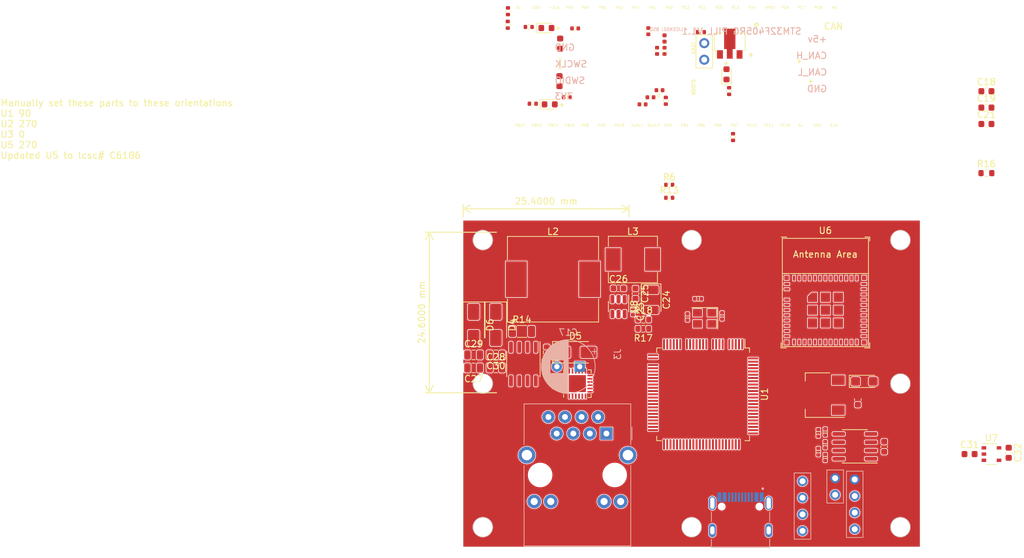
<source format=kicad_pcb>
(kicad_pcb (version 20221018) (generator pcbnew)
  (layers (0 "F.Cu" signal) (1 "In1.Cu" signal) (2 "In2.Cu" signal) (31 "B.Cu" signal) (34 "B.Paste" user) (35 "F.Paste" user) (36 "B.SilkS" user "B.Silkscreen") (37 "F.SilkS" user "F.Silkscreen") (38 "B.Mask" user) (39 "F.Mask" user) (44 "Edge.Cuts" user))
  (net 0 "")
  (net 1 "Net-(U1-PH0)")
  (net 2 "GND")
  (net 3 "+3.3VA")
  (net 4 "+3V3")
  (net 5 "Net-(U1-PH1)")
  (net 6 "Net-(U1-VCAP_1)")
  (net 7 "Net-(U1-VCAP_2)")
  (net 8 "Net-(C13-Pad1)")
  (net 9 "Net-(J1-Pin_3)")
  (net 10 "SWCLK")
  (net 11 "SWDIO")
  (net 12 "Net-(J1-Pin_2)")
  (net 13 "PC4")
  (net 14 "Net-(D1-K)")
  (net 15 "PB14")
  (net 16 "PB15")
  (net 17 "PA8")
  (net 18 "PA9")
  (net 19 "PA10")
  (net 20 "PC13")
  (net 21 "PC14")
  (net 22 "PC15")
  (net 23 "PC0")
  (net 24 "PC1")
  (net 25 "PC2")
  (net 26 "PC3")
  (net 27 "PA0")
  (net 28 "Net-(D2-K)")
  (net 29 "Net-(D3-K)")
  (net 30 "PA3")
  (net 31 "PA4")
  (net 32 "PA5")
  (net 33 "PA6")
  (net 34 "Net-(J3-TD+)")
  (net 35 "PB0")
  (net 36 "PB1")
  (net 37 "PC5")
  (net 38 "+5V")
  (net 39 "PC6")
  (net 40 "PC7")
  (net 41 "PC8")
  (net 42 "PC9")
  (net 43 "PA15")
  (net 44 "PC10")
  (net 45 "PC11")
  (net 46 "PC12")
  (net 47 "PD2")
  (net 48 "PB3")
  (net 49 "PB4")
  (net 50 "PB5")
  (net 51 "PB6")
  (net 52 "PB7")
  (net 53 "PB8")
  (net 54 "PB9")
  (net 56 "NRST")
  (net 57 "USB_D-")
  (net 58 "USB_D+")
  (net 59 "Net-(J3-TD-)")
  (net 60 "Net-(J3-RD+)")
  (net 62 "Net-(J3-RD-)")
  (net 64 "Net-(J3-LEDY_A)")
  (net 65 "Net-(J3-LEDY_K)")
  (net 66 "Net-(J3-LEDG_A)")
  (net 67 "Net-(J3-LEDG_K)")
  (net 68 "Net-(J4-CC1)")
  (net 69 "DUAL1")
  (net 70 "DUAL2")
  (net 71 "VDO_I")
  (net 73 "Net-(J4-CC2)")
  (net 75 "Net-(JP1-B)")
  (net 81 "ETH_REF_CLK")
  (net 82 "ETH_MDIO")
  (net 83 "ETH_CRS_DV")
  (net 84 "ETH_RXD0")
  (net 85 "ETH_RXD1")
  (net 95 "ETH_TX_EN")
  (net 96 "ETH_TXD0")
  (net 97 "ETH_TXD1")
  (net 156 "Net-(U6-GND-Pad36)")
  (net 157 "+12V")
  (net 158 "Net-(U9-VDD)")
  (net 159 "Net-(D4-K)")
  (net 160 "Net-(U9-FB)")
  (net 161 "Net-(U9-CS)")
  (net 162 "VBUS")
  (net 164 "Net-(D5-K)")
  (net 165 "Net-(U8-SW)")
  (net 166 "Net-(U8-VBST)")
  (net 167 "Net-(C24-Pad1)")
  (net 168 "5V_VFB")
  (net 170 "Net-(C27-Pad2)")
  (net 171 "/Analog/WH+")
  (net 172 "Net-(R23-Pad2)")
  (net 173 "Net-(U7-+)")
  (net 174 "Net-(U7--)")
  (footprint "Resistor_SMD:R_0402_1005Metric" (layer "F.Cu") (at 140.75 80.156 90)
    (fp_text reference "R9" hide)
    (fp_text value "20k")
    (pad "1" smd roundrect (at -0.51 0 90) (size 0.54 0.64) (layers "F.Cu" "F.Paste" "F.Mask") (net 2 "GND"))
    (pad "2" smd roundrect (at 0.51 0 90) (size 0.54 0.64) (layers "F.Cu" "F.Paste" "F.Mask") (net 14 "Net-(D1-K)"))
  )
  (footprint "Capacitor_SMD:C_0603_1608Metric" (layer "F.Cu") (at 114.751 78.638 90)
    (fp_text reference "C11" hide)
    (fp_text value "2u2")
    (pad "1" smd roundrect (at -0.775 0 90) (size 0.9 0.95) (layers "F.Cu" "F.Paste" "F.Mask") (net 7 "Net-(U1-VCAP_2)"))
    (pad "2" smd roundrect (at 0.775 0 90) (size 0.9 0.95) (layers "F.Cu" "F.Paste" "F.Mask") (net 2 "GND"))
  )
  (footprint "Inductor_SMD:L_Sunlord_MWSA1206S-470" (layer "F.Cu") (at 113.755 109)
    (fp_text reference "L2" (at 0 -7.3) (layer "F.SilkS"))
    (fp_text value "L_Small")
    (pad "1" smd rect (at -5.625 0) (size 3.25 5.5) (layers "F.Cu" "F.Paste" "F.Mask") (net 159 "Net-(D4-K)"))
    (pad "2" smd rect (at 5.625 0) (size 3.25 5.5) (layers "F.Cu" "F.Paste" "F.Mask") (net 157 "+12V"))
  )
  (footprint "Capacitor_SMD:C_0402_1005Metric" (layer "F.Cu") (at 126 113.975 -90)
    (fp_text reference "C23" (at 0 -1.16 90) (layer "F.SilkS"))
    (fp_text value "C_Small")
    (pad "1" smd roundrect (at -0.48 0 270) (size 0.56 0.62) (layers "F.Cu" "F.Paste" "F.Mask") (net 165 "Net-(U8-SW)"))
    (pad "2" smd roundrect (at 0.48 0 270) (size 0.56 0.62) (layers "F.Cu" "F.Paste" "F.Mask") (net 166 "Net-(U8-VBST)"))
  )
  (footprint "Resistor_SMD:R_0402_1005Metric" (layer "F.Cu") (at 131.57 94.53)
    (fp_text reference "R6" (at 0 -1.17) (layer "F.SilkS"))
    (fp_text value "20k")
    (pad "1" smd roundrect (at -0.51 0) (size 0.54 0.64) (layers "F.Cu" "F.Paste" "F.Mask") (net 2 "GND"))
    (pad "2" smd roundrect (at 0.51 0) (size 0.54 0.64) (layers "F.Cu" "F.Paste" "F.Mask") (net 67 "Net-(J3-LEDG_K)"))
  )
  (footprint "Capacitor_SMD:C_0603_1608Metric" (layer "F.Cu") (at 114.857 72.887 -90)
    (fp_text reference "C9" hide)
    (fp_text value "2u2")
    (pad "1" smd roundrect (at -0.775 0 270) (size 0.9 0.95) (layers "F.Cu" "F.Paste" "F.Mask") (net 6 "Net-(U1-VCAP_1)"))
    (pad "2" smd roundrect (at 0.775 0 270) (size 0.9 0.95) (layers "F.Cu" "F.Paste" "F.Mask") (net 2 "GND"))
  )
  (footprint "Capacitor_SMD:C_0805_2012Metric" (layer "F.Cu") (at 105 122.6)
    (fp_text reference "C28" (at 0 -1.68) (layer "F.SilkS"))
    (fp_text value "C_1u_100V")
    (pad "1" smd roundrect (at -0.95 0) (size 1 1.45) (layers "F.Cu" "F.Paste" "F.Mask") (net 162 "VBUS"))
    (pad "2" smd roundrect (at 0.95 0) (size 1 1.45) (layers "F.Cu" "F.Paste" "F.Mask") (net 170 "Net-(C27-Pad2)"))
  )
  (footprint "Capacitor_SMD:C_0402_1005Metric" (layer "F.Cu") (at 115.86 81.1 180)
    (fp_text reference "C10" hide)
    (fp_text value "100n")
    (pad "1" smd roundrect (at -0.48 0 180) (size 0.56 0.62) (layers "F.Cu" "F.Paste" "F.Mask") (net 4 "+3V3"))
    (pad "2" smd roundrect (at 0.48 0 180) (size 0.56 0.62) (layers "F.Cu" "F.Paste" "F.Mask") (net 2 "GND"))
  )
  (footprint "Capacitor_SMD:C_0603_1608Metric" (layer "F.Cu") (at 177.6 135.8)
    (fp_text reference "C31" (at 0 -1.43) (layer "F.SilkS"))
    (fp_text value "C_Small")
    (pad "1" smd roundrect (at -0.775 0) (size 0.9 0.95) (layers "F.Cu" "F.Paste" "F.Mask") (net 171 "/Analog/WH+"))
    (pad "2" smd roundrect (at 0.775 0) (size 0.9 0.95) (layers "F.Cu" "F.Paste" "F.Mask") (net 2 "GND"))
  )
  (footprint "Package_SO:SO-8_3.9x4.9mm_P1.27mm" (layer "F.Cu") (at 109.22 122 -90)
    (fp_text reference "U9" (at 0 -3.4 90) (layer "F.SilkS"))
    (fp_text value "~")
    (pad "1" smd roundrect (at -2.575 -1.905 270) (size 1.75 0.6) (layers "F.Cu" "F.Paste" "F.Mask") (net 158 "Net-(U9-VDD)"))
    (pad "2" smd roundrect (at -2.575 -0.635 270) (size 1.75 0.6) (layers "F.Cu" "F.Paste" "F.Mask") (net 159 "Net-(D4-K)"))
    (pad "3" smd roundrect (at -2.575 0.635 270) (size 1.75 0.6) (layers "F.Cu" "F.Paste" "F.Mask") (net 160 "Net-(U9-FB)"))
    (pad "4" smd roundrect (at -2.575 1.905 270) (size 1.75 0.6) (layers "F.Cu" "F.Paste" "F.Mask") (net 161 "Net-(U9-CS)"))
    (pad "5" smd roundrect (at 2.575 1.905 270) (size 1.75 0.6) (layers "F.Cu" "F.Paste" "F.Mask") (net 162 "VBUS"))
    (pad "6" smd roundrect (at 2.575 0.635 270) (size 1.75 0.6) (layers "F.Cu" "F.Paste" "F.Mask") (net 162 "VBUS"))
    (pad "7" smd roundrect (at 2.575 -0.635 270) (size 1.75 0.6) (layers "F.Cu" "F.Paste" "F.Mask"))
    (pad "8" smd roundrect (at 2.575 -1.905 270) (size 1.75 0.6) (layers "F.Cu" "F.Paste" "F.Mask"))
  )
  (footprint "Capacitor_SMD:C_0402_1005Metric" (layer "F.Cu") (at 117.15 70.56 180)
    (fp_text reference "C7" hide)
    (fp_text value "100n")
    (pad "1" smd roundrect (at -0.48 0 180) (size 0.56 0.62) (layers "F.Cu" "F.Paste" "F.Mask") (net 4 "+3V3"))
    (pad "2" smd roundrect (at 0.48 0 180) (size 0.56 0.62) (layers "F.Cu" "F.Paste" "F.Mask") (net 2 "GND"))
  )
  (footprint "Resistor_SMD:R_0402_1005Metric" (layer "F.Cu") (at 136.43 71.13)
    (fp_text reference "R2" hide)
    (fp_text value "10k")
    (pad "1" smd roundrect (at -0.51 0) (size 0.54 0.64) (layers "F.Cu" "F.Paste" "F.Mask") (net 4 "+3V3"))
    (pad "2" smd roundrect (at 0.51 0) (size 0.54 0.64) (layers "F.Cu" "F.Paste" "F.Mask") (net 56 "NRST"))
  )
  (footprint "Diode_SMD:D_SMA" (layer "F.Cu") (at 101.6 116 -90)
    (fp_text reference "D6" (at 0 -2.5 90) (layer "F.SilkS"))
    (fp_text value "D_Small")
    (pad "1" smd roundrect (at -2 0 270) (size 2.5 1.8) (layers "F.Cu" "F.Paste" "F.Mask") (roundrect_rratio 0.1388888889) (net 159 "Net-(D4-K)"))
    (pad "2" smd roundrect (at 2 0 270) (size 2.5 1.8) (layers "F.Cu" "F.Paste" "F.Mask") (roundrect_rratio 0.1388888889) (net 2 "GND"))
  )
  (footprint "LED_SMD:LED_0603_1608Metric" (layer "F.Cu") (at 112.75 70.5)
    (fp_text reference "D3" hide)
    (fp_text value "RED")
    (pad "1" smd roundrect (at -0.7875 0) (size 0.875 0.95) (layers "F.Cu" "F.Paste" "F.Mask") (net 29 "Net-(D3-K)"))
    (pad "2" smd roundrect (at 0.7875 0) (size 0.875 0.95) (layers "F.Cu" "F.Paste" "F.Mask") (net 42 "PC9"))
  )
  (footprint "Package_TO_SOT_SMD:SOT-223-3_TabPin2" (layer "F.Cu") (at 154.33 126.76 180)
    (fp_text reference "U3" hide)
    (fp_text value "LM1117-3.3")
    (pad "1" smd rect (at -3.15 -2.3 180) (size 2 1.5) (layers "F.Cu" "F.Paste" "F.Mask") (net 2 "GND"))
    (pad "2" smd rect (at -3.15 0 180) (size 2 1.5) (layers "F.Cu" "F.Paste" "F.Mask") (net 4 "+3V3"))
    (pad "2" smd rect (at 3.15 0 180) (size 2 3.8) (layers "F.Cu" "F.Paste" "F.Mask") (net 4 "+3V3"))
    (pad "3" smd rect (at -3.15 2.3 180) (size 2 1.5) (layers "F.Cu" "F.Paste" "F.Mask") (net 38 "+5V"))
  )
  (footprint "Crystal:Crystal_SMD_3225-4Pin_3.2x2.5mm" (layer "F.Cu") (at 137 115 180)
    (fp_text reference "Y1" hide)
    (fp_text value "Crystal_GND24")
    (pad "1" smd rect (at -1.1 0.85 180) (size 1.4 1.2) (layers "F.Cu" "F.Paste" "F.Mask") (net 1 "Net-(U1-PH0)"))
    (pad "2" smd rect (at 1.1 0.85 180) (size 1.4 1.2) (layers "F.Cu" "F.Paste" "F.Mask") (net 2 "GND"))
    (pad "3" smd rect (at 1.1 -0.85 180) (size 1.4 1.2) (layers "F.Cu" "F.Paste" "F.Mask") (net 5 "Net-(U1-PH1)"))
    (pad "4" smd rect (at -1.1 -0.85 180) (size 1.4 1.2) (layers "F.Cu" "F.Paste" "F.Mask") (net 2 "GND"))
  )
  (footprint "Connector:my_2_pin" (layer "F.Cu") (at 136.94 74.09 -90)
    (fp_text reference "JP2" hide)
    (fp_text value "Jumper_2_Open")
    (pad "1" thru_hole circle (at -1.27 0 180) (size 1.524 1.524) (drill 0.914) (layers "*.Cu" "*.Mask") (net 56 "NRST"))
    (pad "2" thru_hole circle (at 1.27 0 180) (size 1.524 1.524) (drill 0.914) (layers "*.Cu" "*.Mask") (net 2 "GND"))
  )
  (footprint "Capacitor_SMD:C_0603_1608Metric" (layer "F.Cu") (at 180.185 80.19)
    (fp_text reference "C18" (at 0 -1.43) (layer "F.SilkS"))
    (fp_text value "C_Small")
    (pad "1" smd roundrect (at -0.775 0) (size 0.9 0.95) (layers "F.Cu" "F.Paste" "F.Mask") (net 157 "+12V"))
    (pad "2" smd roundrect (at 0.775 0) (size 0.9 0.95) (layers "F.Cu" "F.Paste" "F.Mask") (net 2 "GND"))
  )
  (footprint "Capacitor_SMD:C_0402_1005Metric" (layer "F.Cu") (at 128.364 70.983 90)
    (fp_text reference "C4" hide)
    (fp_text value "100n")
    (pad "1" smd roundrect (at -0.48 0 90) (size 0.56 0.62) (layers "F.Cu" "F.Paste" "F.Mask") (net 4 "+3V3"))
    (pad "2" smd roundrect (at 0.48 0 90) (size 0.56 0.62) (layers "F.Cu" "F.Paste" "F.Mask") (net 2 "GND"))
  )
  (footprint "Capacitor_SMD:C_0402_1005Metric" (layer "F.Cu") (at 134.367 114.789 90)
    (fp_text reference "C6" hide)
    (fp_text value "12p")
    (pad "1" smd roundrect (at -0.48 0 90) (size 0.56 0.62) (layers "F.Cu" "F.Paste" "F.Mask") (net 5 "Net-(U1-PH1)"))
    (pad "2" smd roundrect (at 0.48 0 90) (size 0.56 0.62) (layers "F.Cu" "F.Paste" "F.Mask") (net 2 "GND"))
  )
  (footprint "Resistor_SMD:R_0402_1005Metric" (layer "F.Cu") (at 135.99 112 180)
    (fp_text reference "R1" hide)
    (fp_text value "10k")
    (pad "1" smd roundrect (at -0.51 0 180) (size 0.54 0.64) (layers "F.Cu" "F.Paste" "F.Mask") (net 2 "GND"))
    (pad "2" smd roundrect (at 0.51 0 180) (size 0.54 0.64) (layers "F.Cu" "F.Paste" "F.Mask") (net 75 "Net-(JP1-B)"))
  )
  (footprint "Capacitor_SMD:C_0402_1005Metric" (layer "F.Cu") (at 129.708 73.994 -90)
    (fp_text reference "C8" hide)
    (fp_text value "10n")
    (pad "1" smd roundrect (at -0.48 0 270) (size 0.56 0.62) (layers "F.Cu" "F.Paste" "F.Mask") (net 3 "+3.3VA"))
    (pad "2" smd roundrect (at 0.48 0 270) (size 0.56 0.62) (layers "F.Cu" "F.Paste" "F.Mask") (net 2 "GND"))
  )
  (footprint "Package_TO_SOT_SMD:SOT-23-6" (layer "F.Cu") (at 123.8 113.2 -90)
    (fp_text reference "U8" (at 0 -2.4 90) (layer "F.SilkS"))
    (fp_text value "TPS563200")
    (pad "1" smd roundrect (at -1.1375 -0.95 270) (size 1.325 0.6) (layers "F.Cu" "F.Paste" "F.Mask") (net 2 "GND"))
    (pad "2" smd roundrect (at -1.1375 0 270) (size 1.325 0.6) (layers "F.Cu" "F.Paste" "F.Mask") (net 165 "Net-(U8-SW)"))
    (pad "3" smd roundrect (at -1.1375 0.95 270) (size 1.325 0.6) (layers "F.Cu" "F.Paste" "F.Mask") (net 157 "+12V"))
    (pad "4" smd roundrect (at 1.1375 0.95 270) (size 1.325 0.6) (layers "F.Cu" "F.Paste" "F.Mask") (net 168 "5V_VFB"))
    (pad "5" smd roundrect (at 1.1375 0 270) (size 1.325 0.6) (layers "F.Cu" "F.Paste" "F.Mask") (net 157 "+12V"))
    (pad "6" smd roundrect (at 1.1375 -0.95 270) (size 1.325 0.6) (layers "F.Cu" "F.Paste" "F.Mask") (net 166 "Net-(U8-VBST)"))
  )
  (footprint "Capacitor_SMD:C_0805_2012Metric" (layer "F.Cu") (at 101.6 122.6 180)
    (fp_text reference "C27" (at 0 -1.68) (layer "F.SilkS"))
    (fp_text value "C_1u_100V")
    (pad "1" smd roundrect (at -0.95 0 180) (size 1 1.45) (layers "F.Cu" "F.Paste" "F.Mask") (net 162 "VBUS"))
    (pad "2" smd roundrect (at 0.95 0 180) (size 1 1.45) (layers "F.Cu" "F.Paste" "F.Mask") (net 170 "Net-(C27-Pad2)"))
  )
  (footprint "Capacitor_SMD:C_0402_1005Metric" (layer "F.Cu") (at 130.08 80.03)
    (fp_text reference "C2" hide)
    (fp_text value "100n")
    (pad "1" smd roundrect (at -0.48 0) (size 0.56 0.62) (layers "F.Cu" "F.Paste" "F.Mask") (net 4 "+3V3"))
    (pad "2" smd roundrect (at 0.48 0) (size 0.56 0.62) (layers "F.Cu" "F.Paste" "F.Mask") (net 2 "GND"))
  )
  (footprint "Capacitor_Tantalum_SMD:CP_EIA-3216-18_Kemet-A" (layer "F.Cu") (at 161.48 124.66)
    (fp_text reference "C20" hide)
    (fp_text value "100n")
    (pad "1" smd roundrect (at -1.35 0) (size 1.4 1.35) (layers "F.Cu" "F.Paste" "F.Mask") (roundrect_rratio 0.1851851852) (net 38 "+5V"))
    (pad "2" smd roundrect (at 1.35 0) (size 1.4 1.35) (layers "F.Cu" "F.Paste" "F.Mask") (roundrect_rratio 0.1851851852) (net 2 "GND"))
  )
  (footprint "Capacitor_SMD:C_0603_1608Metric" (layer "F.Cu") (at 164.52 134.67 -90)
    (fp_text reference "C16" hide)
    (fp_text value "10u")
    (pad "1" smd roundrect (at -0.775 0 270) (size 0.9 0.95) (layers "F.Cu" "F.Paste" "F.Mask") (net 71 "VDO_I"))
    (pad "2" smd roundrect (at 0.775 0 270) (size 0.9 0.95) (layers "F.Cu" "F.Paste" "F.Mask") (net 2 "GND"))
  )
  (footprint "Diode_SMD:D_SMA" (layer "F.Cu") (at 105 116 -90)
    (fp_text reference "D4" (at 0 -2.5 90) (layer "F.SilkS"))
    (fp_text value "D_Small")
    (pad "1" smd roundrect (at -2 0 270) (size 2.5 1.8) (layers "F.Cu" "F.Paste" "F.Mask") (roundrect_rratio 0.1388888889) (net 159 "Net-(D4-K)"))
    (pad "2" smd roundrect (at 2 0 270) (size 2.5 1.8) (layers "F.Cu" "F.Paste" "F.Mask") (roundrect_rratio 0.1388888889) (net 2 "GND"))
  )
  (footprint "Capacitor_SMD:C_0603_1608Metric" (layer "F.Cu") (at 180.185 82.7)
    (fp_text reference "C19" (at 0 -1.43) (layer "F.SilkS"))
    (fp_text value "C_Small")
    (pad "1" smd roundrect (at -0.775 0) (size 0.9 0.95) (layers "F.Cu" "F.Paste" "F.Mask") (net 164 "Net-(D5-K)"))
    (pad "2" smd roundrect (at 0.775 0) (size 0.9 0.95) (layers "F.Cu" "F.Paste" "F.Mask") (net 159 "Net-(D4-K)"))
  )
  (footprint "Capacitor_SMD:C_0402_1005Metric" (layer "F.Cu") (at 130.85 74 -90)
    (fp_text reference "C5" hide)
    (fp_text value "1u")
    (pad "1" smd roundrect (at -0.48 0 270) (size 0.56 0.62) (layers "F.Cu" "F.Paste" "F.Mask") (net 3 "+3.3VA"))
    (pad "2" smd roundrect (at 0.48 0 270) (size 0.56 0.62) (layers "F.Cu" "F.Paste" "F.Mask") (net 2 "GND"))
  )
  (footprint "Package_DFN_QFN:QFN-24-1EP_4x4mm_P0.5mm_EP2.6x2.6mm" (layer "F.Cu") (at 117.5 125 90)
    (fp_text reference "U4" (at 0 -3.3 90) (layer "F.SilkS"))
    (fp_text value "LAN8720A")
    (pad "1" smd roundrect (at -1.9375 -1.25 90) (size 0.825 0.25) (layers "F.Cu" "F.Paste" "F.Mask"))
    (pad "2" smd roundrect (at -1.9375 -0.75 90) (size 0.825 0.25) (layers "F.Cu" "F.Paste" "F.Mask") (net 64 "Net-(J3-LEDY_A)"))
    (pad "3" smd roundrect (at -1.9375 -0.25 90) (size 0.825 0.25) (layers "F.Cu" "F.Paste" "F.Mask") (net 66 "Net-(J3-LEDG_A)"))
    (pad "4" smd roundrect (at -1.9375 0.25 90) (size 0.825 0.25) (layers "F.Cu" "F.Paste" "F.Mask"))
    (pad "5" smd roundrect (at -1.9375 0.75 90) (size 0.825 0.25) (layers "F.Cu" "F.Paste" "F.Mask"))
    (pad "6" smd roundrect (at -1.9375 1.25 90) (size 0.825 0.25) (layers "F.Cu" "F.Paste" "F.Mask"))
    (pad "7" smd roundrect (at -1.25 1.9375 90) (size 0.25 0.825) (layers "F.Cu" "F.Paste" "F.Mask") (net 85 "ETH_RXD1"))
    (pad "8" smd roundrect (at -0.75 1.9375 90) (size 0.25 0.825) (layers "F.Cu" "F.Paste" "F.Mask") (net 84 "ETH_RXD0"))
    (pad "9" smd roundrect (at -0.25 1.9375 90) (size 0.25 0.825) (layers "F.Cu" "F.Paste" "F.Mask"))
    (pad "10" smd roundrect (at 0.25 1.9375 90) (size 0.25 0.825) (layers "F.Cu" "F.Paste" "F.Mask"))
    (pad "11" smd roundrect (at 0.75 1.9375 90) (size 0.25 0.825) (layers "F.Cu" "F.Paste" "F.Mask") (net 83 "ETH_CRS_DV"))
    (pad "12" smd roundrect (at 1.25 1.9375 90) (size 0.25 0.825) (layers "F.Cu" "F.Paste" "F.Mask") (net 82 "ETH_MDIO"))
    (pad "13" smd roundrect (at 1.9375 1.25 90) (size 0.825 0.25) (layers "F.Cu" "F.Paste" "F.Mask"))
    (pad "14" smd roundrect (at 1.9375 0.75 90) (size 0.825 0.25) (layers "F.Cu" "F.Paste" "F.Mask") (net 81 "ETH_REF_CLK"))
    (pad "15" smd roundrect (at 1.9375 0.25 90) (size 0.825 0.25) (layers "F.Cu" "F.Paste" "F.Mask"))
    (pad "16" smd roundrect (at 1.9375 -0.25 90) (size 0.825 0.25) (layers "F.Cu" "F.Paste" "F.Mask") (net 95 "ETH_TX_EN"))
    (pad "17" smd roundrect (at 1.9375 -0.75 90) (size 0.825 0.25) (layers "F.Cu" "F.Paste" "F.Mask") (net 96 "ETH_TXD0"))
    (pad "18" smd roundrect (at 1.9375 -1.25 90) (size 0.825 0.25) (layers "F.Cu" "F.Paste" "F.Mask") (net 97 "ETH_TXD1"))
    (pad "19" smd roundrect (at 1.25 -1.9375 90) (size 0.25 0.825) (layers "F.Cu" "F.Paste" "F.Mask"))
    (pad "20" smd roundrect (at 0.75 -1.9375 90) (size 0.25 0.825) (layers "F.Cu" "F.Paste" "F.Mask") (net 59 "Net-(J3-TD-)"))
    (pad "21" smd roundrect (at 0.25 -1.9375 90) (size 0.25 0.825) (layers "F.Cu" "F.Paste" "F.Mask") (net 34 "Net-(J3-TD+)"))
    (pad "22" smd roundrect (at -0.25 -1.9375 90) (size 0.25 0.825) (layers "F.Cu" "F.Paste" "F.Mask") (net 62 "Net-(J3-RD-)"))
    (pad "23" smd roundrect (at -0.75 -1.9375 90) (size 0.25 0.825) (layers "F.Cu" "F.Paste" "F.Mask") (net 60 "Net-(J3-RD+)"))
    (pad "24" smd roundrect (at -1.25 -1.9375 90) (size 0.25 0.825) (layers "F.Cu" "F.Paste" "F.Mask"))
    (pad "25" smd rect (at 0 0 90) (size 2.6 2.6) (layers "F.Cu" "F.Mask") (net 2 "GND"))
  )
  (footprint "Resistor_SMD:R_0402_1005Metric" (layer "F.Cu") (at 131.57 96.52)
    (fp_text reference "R13" (at 0 -1.17) (layer "F.SilkS"))
    (fp_text value "20k")
    (pad "1" smd roundrect (at -0.51 0) (size 0.54 0.64) (layers "F.Cu" "F.Paste" "F.Mask") (net 2 "GND"))
    (pad "2" smd roundrect (at 0.51 0) (size 0.54 0.64) (layers "F.Cu" "F.Paste" "F.Mask") (net 65 "Net-(J3-LEDY_K)"))
  )
  (footprint "Resistor_SMD:R_0402_1005Metric" (layer "F.Cu") (at 106.825 70 90)
    (fp_text reference "R11" hide)
    (fp_text value "5.1k")
    (pad "1" smd roundrect (at -0.51 0 90) (size 0.54 0.64) (layers "F.Cu" "F.Paste" "F.Mask") (net 73 "Net-(J4-CC2)"))
    (pad "2" smd roundrect (at 0.51 0 90) (size 0.54 0.64) (layers "F.Cu" "F.Paste" "F.Mask") (net 2 "GND"))
  )
  (footprint "Capacitor_SMD:C_0805_2012Metric" (layer "F.Cu") (at 105 120.6 180)
    (fp_text reference "C30" (at 0 -1.68) (layer "F.SilkS"))
    (fp_text value "C_1u_100V")
    (pad "1" smd roundrect (at -0.95 0 180) (size 1 1.45) (layers "F.Cu" "F.Paste" "F.Mask") (net 170 "Net-(C27-Pad2)"))
    (pad "2" smd roundrect (at 0.95 0 180) (size 1 1.45) (layers "F.Cu" "F.Paste" "F.Mask") (net 2 "GND"))
  )
  (footprint "Capacitor_SMD:C_0402_1005Metric" (layer "F.Cu") (at 127.48 82.2)
    (fp_text reference "C12" hide)
    (fp_text value "100n")
    (pad "1" smd roundrect (at -0.48 0) (size 0.56 0.62) (layers "F.Cu" "F.Paste" "F.Mask") (net 4 "+3V3"))
    (pad "2" smd roundrect (at 0.48 0) (size 0.56 0.62) (layers "F.Cu" "F.Paste" "F.Mask") (net 2 "GND"))
  )
  (footprint "LED_SMD:LED_0603_1608Metric" (layer "F.Cu") (at 140.35 77.6 90)
    (fp_text reference "D1" hide)
    (fp_text value "BLU")
    (pad "1" smd roundrect (at -0.7875 0 90) (size 0.875 0.95) (layers "F.Cu" "F.Paste" "F.Mask") (net 14 "Net-(D1-K)"))
    (pad "2" smd roundrect (at 0.7875 0 90) (size 0.875 0.95) (layers "F.Cu" "F.Paste" "F.Mask") (net 4 "+3V3"))
  )
  (footprint "Package_QFP:LQFP-100_14x14mm_P0.5mm" (layer "F.Cu") (at 136.767 126.639 -90)
    (fp_text reference "U1" (at 0 -9.42 90) (layer "F.SilkS"))
    (fp_text value "STM32F407VGTx")
    (pad "1" smd roundrect (at -7.675 -6 270) (size 1.6 0.3) (layers "F.Cu" "F.Paste" "F.Mask"))
    (pad "2" smd roundrect (at -7.675 -5.5 270) (size 1.6 0.3) (layers "F.Cu" "F.Paste" "F.Mask"))
    (pad "3" smd roundrect (at -7.675 -5 270) (size 1.6 0.3) (layers "F.Cu" "F.Paste" "F.Mask"))
    (pad "4" smd roundrect (at -7.675 -4.5 270) (size 1.6 0.3) (layers "F.Cu" "F.Paste" "F.Mask"))
    (pad "5" smd roundrect (at -7.675 -4 270) (size 1.6 0.3) (layers "F.Cu" "F.Paste" "F.Mask"))
    (pad "6" smd roundrect (at -7.675 -3.5 270) (size 1.6 0.3) (layers "F.Cu" "F.Paste" "F.Mask") (net 4 "+3V3"))
    (pad "7" smd roundrect (at -7.675 -3 270) (size 1.6 0.3) (layers "F.Cu" "F.Paste" "F.Mask") (net 20 "PC13"))
    (pad "8" smd roundrect (at -7.675 -2.5 270) (size 1.6 0.3) (layers "F.Cu" "F.Paste" "F.Mask") (net 21 "PC14"))
    (pad "9" smd roundrect (at -7.675 -2 270) (size 1.6 0.3) (layers "F.Cu" "F.Paste" "F.Mask") (net 22 "PC15"))
    (pad "10" smd roundrect (at -7.675 -1.5 270) (size 1.6 0.3) (layers "F.Cu" "F.Paste" "F.Mask") (net 2 "GND"))
    (pad "11" smd roundrect (at -7.675 -1 270) (size 1.6 0.3) (layers "F.Cu" "F.Paste" "F.Mask") (net 4 "+3V3"))
    (pad "12" smd roundrect (at -7.675 -0.5 270) (size 1.6 0.3) (layers "F.Cu" "F.Paste" "F.Mask") (net 1 "Net-(U1-PH0)"))
    (pad "13" smd roundrect (at -7.675 0 270) (size 1.6 0.3) (layers "F.Cu" "F.Paste" "F.Mask") (net 5 "Net-(U1-PH1)"))
    (pad "14" smd roundrect (at -7.675 0.5 270) (size 1.6 0.3) (layers "F.Cu" "F.Paste" "F.Mask") (net 56 "NRST"))
    (pad "15" smd roundrect (at -7.675 1 270) (size 1.6 0.3) (layers "F.Cu" "F.Paste" "F.Mask") (net 23 "PC0"))
    (pad "16" smd roundrect (at -7.675 1.5 270) (size 1.6 0.3) (layers "F.Cu" "F.Paste" "F.Mask") (net 24 "PC1"))
    (pad "17" smd roundrect (at -7.675 2 270) (size 1.6 0.3) (layers "F.Cu" "F.Paste" "F.Mask") (net 25 "PC2"))
    (pad "18" smd roundrect (at -7.675 2.5 270) (size 1.6 0.3) (layers "F.Cu" "F.Paste" "F.Mask") (net 26 "PC3"))
    (pad "19" smd roundrect (at -7.675 3 270) (size 1.6 0.3) (layers "F.Cu" "F.Paste" "F.Mask") (net 4 "+3V3"))
    (pad "20" smd roundrect (at -7.675 3.5 270) (size 1.6 0.3) (layers "F.Cu" "F.Paste" "F.Mask") (net 2 "GND"))
    (pad "21" smd roundrect (at -7.675 4 270) (size 1.6 0.3) (layers "F.Cu" "F.Paste" "F.Mask") (net 3 "+3.3VA"))
    (pad "22" smd roundrect (at -7.675 4.5 270) (size 1.6 0.3) (layers "F.Cu" "F.Paste" "F.Mask") (net 3 "+3.3VA"))
    (pad "23" smd roundrect (at -7.675 5 270) (size 1.6 0.3) (layers "F.Cu" "F.Paste" "F.Mask") (net 27 "PA0"))
    (pad "24" smd roundrect (at -7.675 5.5 270) (size 1.6 0.3) (layers "F.Cu" "F.Paste" "F.Mask") (net 81 "ETH_REF_CLK"))
    (pad "25" smd roundrect (at -7.675 6 270) (size 1.6 0.3) (layers "F.Cu" "F.Paste" "F.Mask") (net 82 "ETH_MDIO"))
    (pad "26" smd roundrect (at -6 7.675 270) (size 0.3 1.6) (layers "F.Cu" "F.Paste" "F.Mask") (net 30 "PA3"))
    (pad "27" smd roundrect (at -5.5 7.675 270) (size 0.3 1.6) (layers "F.Cu" "F.Paste" "F.Mask") (net 2 "GND"))
    (pad "28" smd roundrect (at -5 7.675 270) (size 0.3 1.6) (layers "F.Cu" "F.Paste" "F.Mask") (net 4 "+3V3"))
    (pad "29" smd roundrect (at -4.5 7.675 270) (size 0.3 1.6) (layers "F.Cu" "F.Paste" "F.Mask") (net 31 "PA4"))
    (pad "30" smd roundrect (at -4 7.675 270) (size 0.3 1.6) (layers "F.Cu" "F.Paste" "F.Mask") (net 32 "PA5"))
    (pad "31" smd roundrect (at -3.5 7.675 270) (size 0.3 1.6) (layers "F.Cu" "F.Paste" "F.Mask") (net 33 "PA6"))
    (pad "32" smd roundrect (at -3 7.675 270) (size 0.3 1.6) (layers "F.Cu" "F.Paste" "F.Mask") (net 83 "ETH_CRS_DV"))
    (pad "33" smd roundrect (at -2.5 7.675 270) (size 0.3 1.6) (layers "F.Cu" "F.Paste" "F.Mask") (net 84 "ETH_RXD0"))
    (pad "34" smd roundrect (at -2 7.675 270) (size 0.3 1.6) (layers "F.Cu" "F.Paste" "F.Mask") (net 85 "ETH_RXD1"))
    (pad "35" smd roundrect (at -1.5 7.675 270) (size 0.3 1.6) (layers "F.Cu" "F.Paste" "F.Mask") (net 35 "PB0"))
    (pad "36" smd roundrect (at -1 7.675 270) (size 0.3 1.6) (layers "F.Cu" "F.Paste" "F.Mask") (net 36 "PB1"))
    (pad "37" smd roundrect (at -0.5 7.675 270) (size 0.3 1.6) (layers "F.Cu" "F.Paste" "F.Mask") (net 2 "GND"))
    (pad "38" smd roundrect (at 0 7.675 270) (size 0.3 1.6) (layers "F.Cu" "F.Paste" "F.Mask"))
    (pad "39" smd roundrect (at 0.5 7.675 270) (size 0.3 1.6) (layers "F.Cu" "F.Paste" "F.Mask"))
    (pad "40" smd roundrect (at 1 7.675 270) (size 0.3 1.6) (layers "F.Cu" "F.Paste" "F.Mask"))
    (pad "41" smd roundrect (at 1.5 7.675 270) (size 0.3 1.6) (layers "F.Cu" "F.Paste" "F.Mask"))
    (pad "42" smd roundrect (at 2 7.675 270) (size 0.3 1.6) (layers "F.Cu" "F.Paste" "F.Mask"))
    (pad "43" smd roundrect (at 2.5 7.675 270) (size 0.3 1.6) (layers "F.Cu" "F.Paste" "F.Mask"))
    (pad "44" smd roundrect (at 3 7.675 270) (size 0.3 1.6) (layers "F.Cu" "F.Paste" "F.Mask"))
    (pad "45" smd roundrect (at 3.5 7.675 270) (size 0.3 1.6) (layers "F.Cu" "F.Paste" "F.Mask"))
    (pad "46" smd roundrect (at 4 7.675 270) (size 0.3 1.6) (layers "F.Cu" "F.Paste" "F.Mask"))
    (pad "47" smd roundrect (at 4.5 7.675 270) (size 0.3 1.6) (layers "F.Cu" "F.Paste" "F.Mask") (net 69 "DUAL1"))
    (pad "48" smd roundrect (at 5 7.675 270) (size 0.3 1.6) (layers "F.Cu" "F.Paste" "F.Mask") (net 95 "ETH_TX_EN"))
    (pad "49" smd roundrect (at 5.5 7.675 270) (size 0.3 1.6) (layers "F.Cu" "F.Paste" "F.Mask") (net 6 "Net-(U1-VCAP_1)"))
    (pad "50" smd roundrect (at 6 7.675 270) (size 0.3 1.6) (layers "F.Cu" "F.Paste" "F.Mask") (net 4 "+3V3"))
    (pad "51" smd roundrect (at 7.675 6 270) (size 1.6 0.3) (layers "F.Cu" "F.Paste" "F.Mask") (net 96 "ETH_TXD0"))
    (pad "52" smd roundrect (at 7.675 5.5 270) (size 1.6 0.3) (layers "F.Cu" "F.Paste" "F.Mask") (net 97 "ETH_TXD1"))
    (pad "53" smd roundrect (at 7.675 5 270) (size 1.6 0.3) (layers "F.Cu" "F.Paste" "F.Mask") (net 15 "PB14"))
    (pad "54" smd roundrect (at 7.675 4.5 270) (size 1.6 0.3) (layers "F.Cu" "F.Paste" "F.Mask") (net 16 "PB15"))
    (pad "55" smd roundrect (at 7.675 4 270) (size 1.6 0.3) (layers "F.Cu" "F.Paste" "F.Mask"))
    (pad "56" smd roundrect (at 7.675 3.5 270) (size 1.6 0.3) (layers "F.Cu" "F.Paste" "F.Mask"))
    (pad "57" smd roundrect (at 7.675 3 270) (size 1.6 0.3) (layers "F.Cu" "F.Paste" "F.Mask"))
    (pad "58" smd roundrect (at 7.675 2.5 270) (size 1.6 0.3) (layers "F.Cu" "F.Paste" "F.Mask"))
    (pad "59" smd roundrect (at 7.675 2 270) (size 1.6 0.3) (layers "F.Cu" "F.Paste" "F.Mask"))
    (pad "60" smd roundrect (at 7.675 1.5 270) (size 1.6 0.3) (layers "F.Cu" "F.Paste" "F.Mask"))
    (pad "61" smd roundrect (at 7.675 1 270) (size 1.6 0.3) (layers "F.Cu" "F.Paste" "F.Mask"))
    (pad "62" smd roundrect (at 7.675 0.5 270) (size 1.6 0.3) (layers "F.Cu" "F.Paste" "F.Mask"))
    (pad "63" smd roundrect (at 7.675 0 270) (size 1.6 0.3) (layers "F.Cu" "F.Paste" "F.Mask") (net 39 "PC6"))
    (pad "64" smd roundrect (at 7.675 -0.5 270) (size 1.6 0.3) (layers "F.Cu" "F.Paste" "F.Mask") (net 40 "PC7"))
    (pad "65" smd roundrect (at 7.675 -1 270) (size 1.6 0.3) (layers "F.Cu" "F.Paste" "F.Mask") (net 41 "PC8"))
    (pad "66" smd roundrect (at 7.675 -1.5 270) (size 1.6 0.3) (layers "F.Cu" "F.Paste" "F.Mask") (net 42 "PC9"))
    (pad "67" smd roundrect (at 7.675 -2 270) (size 1.6 0.3) (layers "F.Cu" "F.Paste" "F.Mask") (net 17 "PA8"))
    (pad "68" smd roundrect (at 7.675 -2.5 270) (size 1.6 0.3) (layers "F.Cu" "F.Paste" "F.Mask") (net 18 "PA9"))
    (pad "69" smd roundrect (at 7.675 -3 270) (size 1.6 0.3) (layers "F.Cu" "F.Paste" "F.Mask") (net 19 "PA10"))
    (pad "70" smd roundrect (at 7.675 -3.5 270) (size 1.6 0.3) (layers "F.Cu" "F.Paste" "F.Mask") (net 57 "USB_D-"))
    (pad "71" smd roundrect (at 7.675 -4 270) (size 1.6 0.3) (layers "F.Cu" "F.Paste" "F.Mask") (net 58 "USB_D+"))
    (pad "72" smd roundrect (at 7.675 -4.5 270) (size 1.6 0.3) (layers "F.Cu" "F.Paste" "F.Mask") (net 11 "SWDIO"))
    (pad "73" smd roundrect (at 7.675 -5 270) (size 1.6 0.3) (layers "F.Cu" "F.Paste" "F.Mask") (net 7 "Net-(U1-VCAP_2)"))
    (pad "74" smd roundrect (at 7.675 -5.5 270) (size 1.6 0.3) (layers "F.Cu" "F.Paste" "F.Mask") (net 2 "GND"))
    (pad "75" smd roundrect (at 7.675 -6 270) (size 1.6 0.3) (layers "F.Cu" "F.Paste" "F.Mask") (net 4 "+3V3"))
    (pad "76" smd roundrect (at 6 -7.675 270) (size 0.3 1.6) (layers "F.Cu" "F.Paste" "F.Mask") (net 10 "SWCLK"))
    (pad "77" smd roundrect (at 5.5 -7.675 270) (size 0.3 1.6) (layers "F.Cu" "F.Paste" "F.Mask") (net 43 "PA15"))
    (pad "78" smd roundrect (at 5 -7.675 270) (size 0.3 1.6) (layers "F.Cu" "F.Paste" "F.Mask") (net 44 "PC10"))
    (pad "79" smd roundrect (at 4.5 -7.675 270) (size 0.3 1.6) (layers "F.Cu" "F.Paste" "F.Mask") (net 45 "PC11"))
    (pad "80" smd roundrect (at 4 -7.675 270) (size 0.3 1.6) (layers "F.Cu" "F.Paste" "F.Mask") (net 46 "PC12"))
    (pad "81" smd roundrect (at 3.5 -7.675 270) (size 0.3 1.6) (layers "F.Cu" "F.Paste" "F.Mask"))
    (pad "82" smd roundrect (at 3 -7.675 270) (size 0.3 1.6) (layers "F.Cu" "F.Paste" "F.Mask"))
    (pad "83" smd roundrect (at 2.5 -7.675 270) (size 0.3 1.6) (layers "F.Cu" "F.Paste" "F.Mask") (net 47 "PD2"))
    (pad "84" smd roundrect (at 2 -7.675 270) (size 0.3 1.6) (layers "F.Cu" "F.Paste" "F.Mask"))
    (pad "85" smd roundrect (at 1.5 -7.675 270) (size 0.3 1.6) (layers "F.Cu" "F.Paste" "F.Mask"))
    (pad "86" smd roundrect (at 1 -7.675 270) (size 0.3 1.6) (layers "F.Cu" "F.Paste" "F.Mask"))
    (pad "87" smd roundrect (at 0.5 -7.675 270) (size 0.3 1.6) (layers "F.Cu" "F.Paste" "F.Mask"))
    (pad "88" smd roundrect (at 0 -7.675 270) (size 0.3 1.6) (layers "F.Cu" "F.Paste" "F.Mask"))
    (pad "89" smd roundrect (at -0.5 -7.675 270) (size 0.3 1.6) (layers "F.Cu" "F.Paste" "F.Mask") (net 48 "PB3"))
    (pad "90" smd roundrect (at -1 -7.675 270) (size 0.3 1.6) (layers "F.Cu" "F.Paste" "F.Mask") (net 49 "PB4"))
    (pad "91" smd roundrect (at -1.5 -7.675 270) (size 0.3 1.6) (layers "F.Cu" "F.Paste" "F.Mask") (net 50 "PB5"))
    (pad "92" smd roundrect (at -2 -7.675 270) (size 0.3 1.6) (layers "F.Cu" "F.Paste" "F.Mask") (net 51 "PB6"))
    (pad "93" smd roundrect (at -2.5 -7.675 270) (size 0.3 1.6) (layers "F.Cu" "F.Paste" "F.Mask") (net 52 "PB7"))
    (pad "94" smd roundrect (at -3 -7.675 270) (size 0.3 1.6) (layers "F.Cu" "F.Paste" "F.Mask") (net 75 "Net-(JP1-B)"))
    (pad "95" smd roundrect (at -3.5 -7.675 270) (size 0.3 1.6) (layers "F.Cu" "F.Paste" "F.Mask") (net 53 "PB8"))
    (pad "96" smd roundrect (at -4 -7.675 270) (size 0.3 1.6) (layers "F.Cu" "F.Paste" "F.Mask") (net 54 "PB9"))
    (pad "97" smd roundrect (at -4.5 -7.675 270) (size 0.3 1.6) (layers "F.Cu" "F.Paste" "F.Mask"))
    (pad "98" smd roundrect (at -5 -7.675 270) (size 0.3 1.6) (layers "F.Cu" "F.Paste" "F.Mask"))
    (pad "99" smd roundrect (at -5.5 -7.675 270) (size 0.3 1.6) (layers "F.Cu" "F.Paste" "F.Mask") (net 2 "GND"))
    (pad "100" smd roundrect (at -6 -7.675 270) (size 0.3 1.6) (layers "F.Cu" "F.Paste" "F.Mask") (net 4 "+3V3"))
  )
  (footprint "Package_TO_SOT_SMD:SOT-89-3" (layer "F.Cu") (at 140.85 72.9 90)
    (fp_text reference "U5" hide)
    (fp_text value "HT7550")
    (pad "1" smd rect (at -1.65 -1.5 90) (size 1.3 0.9) (layers "F.Cu" "F.Paste" "F.Mask") (net 2 "GND"))
    (pad "2" smd custom (at -1.5625 0 90) (size 1.475 0.9) (layers "F.Cu" "F.Paste" "F.Mask") (net 38 "+5V") (options (clearance outline) (anchor rect)) (primitives (gr_poly (pts (xy 3.8625 0.8665) (xy 0.7375 0.8665) (xy 0.7375 -0.8665) (xy 3.8625 -0.8665)) (width 0) (fill yes))))
    (pad "3" smd rect (at -1.65 1.5 90) (size 1.3 0.9) (layers "F.Cu" "F.Paste" "F.Mask") (net 71 "VDO_I"))
  )
  (footprint "Resistor_SMD:R_0402_1005Metric" (layer "F.Cu") (at 106.85 67.925 90)
    (fp_text reference "R10" hide)
    (fp_text value "5.1k")
    (pad "1" smd roundrect (at -0.51 0 90) (size 0.54 0.64) (layers "F.Cu" "F.Paste" "F.Mask") (net 68 "Net-(J4-CC1)"))
    (pad "2" smd roundrect (at 0.51 0 90) (size 0.54 0.64) (layers "F.Cu" "F.Paste" "F.Mask") (net 2 "GND"))
  )
  (footprint "Resistor_SMD:R_1206_3216Metric" (layer "F.Cu") (at 109 117)
    (fp_text reference "R14" (at 0 -1.82) (layer "F.SilkS"))
    (fp_text value "R_Small")
    (pad "1" smd roundrect (at -1.4625 0) (size 1.125 1.75) (layers "F.Cu" "F.Paste" "F.Mask") (roundrect_rratio 0.222222) (net 161 "Net-(U9-CS)"))
    (pad "2" smd roundrect (at 1.4625 0) (size 1.125 1.75) (layers "F.Cu" "F.Paste" "F.Mask") (roundrect_rratio 0.222222) (net 159 "Net-(D4-K)"))
  )
  (footprint "Capacitor_SMD:C_0402_1005Metric" (layer "F.Cu") (at 155.47 136.32 -90)
    (fp_text reference "C14" hide)
    (fp_text value "100p")
    (pad "1" smd roundrect (at -0.48 0 270) (size 0.56 0.62) (layers "F.Cu" "F.Paste" "F.Mask") (net 9 "Net-(J1-Pin_3)"))
    (pad "2" smd roundrect (at 0.48 0 270) (size 0.56 0.62) (layers "F.Cu" "F.Paste" "F.Mask") (net 2 "GND"))
  )
  (footprint "Resistor_SMD:R_0402_1005Metric" (layer "F.Cu") (at 154.42 132.56 -90)
    (fp_text reference "R4" hide)
    (fp_text value "100Ω")
    (pad "1" smd roundrect (at -0.51 0 270) (size 0.54 0.64) (layers "F.Cu" "F.Paste" "F.Mask") (net 12 "Net-(J1-Pin_2)"))
    (pad "2" smd roundrect (at 0.51 0 270) (size 0.54 0.64) (layers "F.Cu" "F.Paste" "F.Mask") (net 8 "Net-(C13-Pad1)"))
  )
  (footprint "Capacitor_SMD:C_0402_1005Metric" (layer "F.Cu") (at 139.667 114.63 -90)
    (fp_text reference "C3" hide)
    (fp_text value "12p")
    (pad "1" smd roundrect (at -0.48 0 270) (size 0.56 0.62) (layers "F.Cu" "F.Paste" "F.Mask") (net 1 "Net-(U1-PH0)"))
    (pad "2" smd roundrect (at 0.48 0 270) (size 0.56 0.62) (layers "F.Cu" "F.Paste" "F.Mask") (net 2 "GND"))
  )
  (footprint "Inductor_SMD:L_0402_1005Metric" (layer "F.Cu") (at 130.85 72.1 -90)
    (fp_text reference "L1" hide)
    (fp_text value "39n")
    (pad "1" smd roundrect (at -0.485 0 270) (size 0.59 0.64) (layers "F.Cu" "F.Paste" "F.Mask") (net 4 "+3V3"))
    (pad "2" smd roundrect (at 0.485 0 270) (size 0.59 0.64) (layers "F.Cu" "F.Paste" "F.Mask") (net 3 "+3.3VA"))
  )
  (footprint "Diode_SMD:D_SMA" (layer "F.Cu") (at 117.2 120.2)
    (fp_text reference "D5" (at 0 -2.5) (layer "F.SilkS"))
    (fp_text value "D_Small")
    (pad "1" smd roundrect (at -2 0) (size 2.5 1.8) (layers "F.Cu" "F.Paste" "F.Mask") (roundrect_rratio 0.1388888889) (net 164 "Net-(D5-K)"))
    (pad "2" smd roundrect (at 2 0) (size 2.5 1.8) (layers "F.Cu" "F.Paste" "F.Mask") (roundrect_rratio 0.1388888889) (net 157 "+12V"))
  )
  (footprint "Resistor_SMD:R_0402_1005Metric" (layer "F.Cu") (at 131.05 81.65 90)
    (fp_text reference "R8" hide)
    (fp_text value "1k")
    (pad "1" smd roundrect (at -0.51 0 90) (size 0.54 0.64) (layers "F.Cu" "F.Paste" "F.Mask") (net 69 "DUAL1"))
    (pad "2" smd roundrect (at 0.51 0 90) (size 0.54 0.64) (layers "F.Cu" "F.Paste" "F.Mask") (net 13 "PC4"))
  )
  (footprint "Resistor_SMD:R_0402_1005Metric" (layer "F.Cu") (at 141.35 87.21 90)
    (fp_text reference "R12" hide)
    (fp_text value "1k")
    (pad "1" smd roundrect (at -0.51 0 90) (size 0.54 0.64) (layers "F.Cu" "F.Paste" "F.Mask") (net 70 "DUAL2"))
    (pad "2" smd roundrect (at 0.51 0 90) (size 0.54 0.64) (layers "F.Cu" "F.Paste" "F.Mask") (net 37 "PC5"))
  )
  (footprint "Capacitor_SMD:C_0402_1005Metric" (layer "F.Cu") (at 128.7 81.12)
    (fp_text reference "C1" hide)
    (fp_text value "4u7")
    (pad "1" smd roundrect (at -0.48 0) (size 0.56 0.62) (layers "F.Cu" "F.Paste" "F.Mask") (net 4 "+3V3"))
    (pad "2" smd roundrect (at 0.48 0) (size 0.56 0.62) (layers "F.Cu" "F.Paste" "F.Mask") (net 2 "GND"))
  )
  (footprint "Capacitor_SMD:C_0603_1608Metric" (layer "F.Cu") (at 183.6 135.6 -90)
    (fp_text reference "C32" (at 0 -1.43 90) (layer "F.SilkS"))
    (fp_text value "C_Small")
    (pad "1" smd roundrect (at -0.775 0 270) (size 0.9 0.95) (layers "F.Cu" "F.Paste" "F.Mask") (net 4 "+3V3"))
    (pad "2" smd roundrect (at 0.775 0 270) (size 0.9 0.95) (layers "F.Cu" "F.Paste" "F.Mask") (net 2 "GND"))
  )
  (footprint "Package_SO:SOIC-8_3.9x4.9mm_P1.27mm" (layer "F.Cu") (at 160.02 134.62 180)
    (fp_text reference "U2" hide)
    (fp_text value " TJA1050T/CM,118")
    (pad "1" smd roundrect (at -2.475 -1.905 180) (size 1.95 0.6) (layers "F.Cu" "F.Paste" "F.Mask") (net 54 "PB9"))
    (pad "2" smd roundrect (at -2.475 -0.635 180) (size 1.95 0.6) (layers "F.Cu" "F.Paste" "F.Mask") (net 2 "GND"))
    (pad "3" smd roundrect (at -2.475 0.635 180) (size 1.95 0.6) (layers "F.Cu" "F.Paste" "F.Mask") (net 71 "VDO_I"))
    (pad "4" smd roundrect (at -2.475 1.905 180) (size 1.95 0.6) (layers "F.Cu" "F.Paste" "F.Mask") (net 53 "PB8"))
    (pad "5" smd roundrect (at 2.475 1.905 180) (size 1.95 0.6) (layers "F.Cu" "F.Paste" "F.Mask"))
    (pad "6" smd roundrect (at 2.475 0.635 180) (size 1.95 0.6) (layers "F.Cu" "F.Paste" "F.Mask") (net 12 "Net-(J1-Pin_2)"))
    (pad "7" smd roundrect (at 2.475 -0.635 180) (size 1.95 0.6) (layers "F.Cu" "F.Paste" "F.Mask") (net 9 "Net-(J1-Pin_3)"))
    (pad "8" smd roundrect (at 2.475 -1.905 180) (size 1.95 0.6) (layers "F.Cu" "F.Paste" "F.Mask") (net 2 "GND"))
  )
  (footprint "Resistor_SMD:R_0603_1608Metric" (layer "F.Cu") (at 180.185 92.74)
    (fp_text reference "R16" (at 0 -1.43) (layer "F.SilkS"))
    (fp_text value "R_Small")
    (pad "1" smd roundrect (at -0.825 0) (size 0.8 0.95) (layers "F.Cu" "F.Paste" "F.Mask") (net 160 "Net-(U9-FB)"))
    (pad "2" smd roundrect (at 0.825 0) (size 0.8 0.95) (layers "F.Cu" "F.Paste" "F.Mask") (net 159 "Net-(D4-K)"))
  )
  (footprint "Resistor_SMD:R_0402_1005Metric" (layer "F.Cu") (at 110.04 70.34)
    (fp_text reference "R7" hide)
    (fp_text value "20k")
    (pad "1" smd roundrect (at -0.51 0) (size 0.54 0.64) (layers "F.Cu" "F.Paste" "F.Mask") (net 2 "GND"))
    (pad "2" smd roundrect (at 0.51 0) (size 0.54 0.64) (layers "F.Cu" "F.Paste" "F.Mask") (net 29 "Net-(D3-K)"))
  )
  (footprint "Capacitor_SMD:C_0402_1005Metric" (layer "F.Cu") (at 155.47 134.37 90)
    (fp_text reference "C13" hide)
    (fp_text value "4.7n")
    (pad "1" smd roundrect (at -0.48 0 90) (size 0.56 0.62) (layers "F.Cu" "F.Paste" "F.Mask") (net 8 "Net-(C13-Pad1)"))
    (pad "2" smd roundrect (at 0.48 0 90) (size 0.56 0.62) (layers "F.Cu" "F.Paste" "F.Mask") (net 2 "GND"))
  )
  (footprint "LED_SMD:LED_0603_1608Metric" (layer "F.Cu") (at 113.25 82.2)
    (fp_text reference "D2" hide)
    (fp_text value "GRN")
    (pad "1" smd roundrect (at -0.7875 0) (size 0.875 0.95) (layers "F.Cu" "F.Paste" "F.Mask") (net 28 "Net-(D2-K)"))
    (pad "2" smd roundrect (at 0.7875 0) (size 0.875 0.95) (layers "F.Cu" "F.Paste" "F.Mask") (net 43 "PA15"))
  )
  (footprint "Espressif:ESP32-C3-MINI-1" (layer "F.Cu") (at 155.505 111.035)
    (fp_text reference "U6" (at 0 -9.5) (layer "F.SilkS"))
    (fp_text value "ESP32-C3-MINI-1")
    (fp_text user "Antenna Area" (at 0 -5.85) (layer "F.SilkS"))
    (pad "1" smd rect (at -5.9 -1.3 90) (size 0.4 0.8) (layers "F.Cu" "F.Paste" "F.Mask") (net 2 "GND"))
    (pad "2" smd rect (at -5.9 -0.5 90) (size 0.4 0.8) (layers "F.Cu" "F.Paste" "F.Mask") (net 2 "GND"))
    (pad "3" smd rect (at -5.9 0.3 90) (size 0.4 0.8) (layers "F.Cu" "F.Paste" "F.Mask") (net 4 "+3V3"))
    (pad "4" smd rect (at -5.9 1.1 90) (size 0.4 0.8) (layers "F.Cu" "F.Paste" "F.Mask"))
    (pad "5" smd rect (at -5.9 1.9 90) (size 0.4 0.8) (layers "F.Cu" "F.Paste" "F.Mask"))
    (pad "6" smd rect (at -5.9 2.7 90) (size 0.4 0.8) (layers "F.Cu" "F.Paste" "F.Mask"))
    (pad "7" smd rect (at -5.9 3.5 90) (size 0.4 0.8) (layers "F.Cu" "F.Paste" "F.Mask"))
    (pad "8" smd rect (at -5.9 4.3 90) (size 0.4 0.8) (layers "F.Cu" "F.Paste" "F.Mask"))
    (pad "9" smd rect (at -5.9 5.1 90) (size 0.4 0.8) (layers "F.Cu" "F.Paste" "F.Mask"))
    (pad "10" smd rect (at -5.9 5.9 90) (size 0.4 0.8) (layers "F.Cu" "F.Paste" "F.Mask"))
    (pad "11" smd rect (at -5.9 6.7 90) (size 0.4 0.8) (layers "F.Cu" "F.Paste" "F.Mask") (net 2 "GND"))
    (pad "12" smd rect (at -4.8 7.6) (size 0.4 0.8) (layers "F.Cu" "F.Paste" "F.Mask"))
    (pad "13" smd rect (at -4 7.6) (size 0.4 0.8) (layers "F.Cu" "F.Paste" "F.Mask"))
    (pad "14" smd rect (at -3.2 7.6) (size 0.4 0.8) (layers "F.Cu" "F.Paste" "F.Mask") (net 2 "GND"))
    (pad "15" smd rect (at -2.4 7.6) (size 0.4 0.8) (layers "F.Cu" "F.Paste" "F.Mask"))
    (pad "16" smd rect (at -1.6 7.6) (size 0.4 0.8) (layers "F.Cu" "F.Paste" "F.Mask"))
    (pad "17" smd rect (at -0.8 7.6) (size 0.4 0.8) (layers "F.Cu" "F.Paste" "F.Mask"))
    (pad "18" smd rect (at 0 7.6) (size 0.4 0.8) (layers "F.Cu" "F.Paste" "F.Mask"))
    (pad "19" smd rect (at 0.8 7.6) (size 0.4 0.8) (layers "F.Cu" "F.Paste" "F.Mask"))
    (pad "20" smd rect (at 1.6 7.6) (size 0.4 0.8) (layers "F.Cu" "F.Paste" "F.Mask"))
    (pad "21" smd rect (at 2.4 7.6) (size 0.4 0.8) (layers "F.Cu" "F.Paste" "F.Mask"))
    (pad "22" smd rect (at 3.2 7.6) (size 0.4 0.8) (layers "F.Cu" "F.Paste" "F.Mask"))
    (pad "23" smd rect (at 4 7.6) (size 0.4 0.8) (layers "F.Cu" "F.Paste" "F.Mask"))
    (pad "24" smd rect (at 4.8 7.6) (size 0.4 0.8) (layers "F.Cu" "F.Paste" "F.Mask"))
    (pad "25" smd rect (at 5.9 6.7 90) (size 0.4 0.8) (layers "F.Cu" "F.Paste" "F.Mask"))
    (pad "26" smd rect (at 5.9 5.9 90) (size 0.4 0.8) (layers "F.Cu" "F.Paste" "F.Mask"))
    (pad "27" smd rect (at 5.9 5.1 90) (size 0.4 0.8) (layers "F.Cu" "F.Paste" "F.Mask"))
    (pad "28" smd rect (at 5.9 4.3 90) (size 0.4 0.8) (layers "F.Cu" "F.Paste" "F.Mask"))
    (pad "29" smd rect (at 5.9 3.5 90) (size 0.4 0.8) (layers "F.Cu" "F.Paste" "F.Mask"))
    (pad "30" smd rect (at 5.9 2.7 90) (size 0.4 0.8) (layers "F.Cu" "F.Paste" "F.Mask"))
    (pad "31" smd rect (at 5.9 1.9 90) (size 0.4 0.8) (layers "F.Cu" "F.Paste" "F.Mask"))
    (pad "32" smd rect (at 5.9 1.1 90) (size 0.4 0.8) (layers "F.Cu" "F.Paste" "F.Mask"))
    (pad "33" smd rect (at 5.9 0.3 90) (size 0.4 0.8) (layers "F.Cu" "F.Paste" "F.Mask"))
    (pad "34" smd rect (at 5.9 -0.5 90) (size 0.4 0.8) (layers "F.Cu" "F.Paste" "F.Mask"))
    (pad "35" smd rect (at 5.9 -1.3 90) (size 0.4 0.8) (layers "F.Cu" "F.Paste" "F.Mask"))
    (pad "36" smd rect (at 4.8 -2.2) (size 0.4 0.8) (layers "F.Cu" "F.Paste" "F.Mask") (net 156 "Net-(U6-GND-Pad36)"))
    (pad "37" smd rect (at 4 -2.2) (size 0.4 0.8) (layers "F.Cu" "F.Paste" "F.Mask") (net 156 "Net-(U6-GND-Pad36)"))
    (pad "38" smd rect (at 3.2 -2.2) (size 0.4 0.8) (layers "F.Cu" "F.Paste" "F.Mask") (net 156 "Net-(U6-GND-Pad36)"))
    (pad "39" smd rect (at 2.4 -2.2) (size 0.4 0.8) (layers "F.Cu" "F.Paste" "F.Mask") (net 156 "Net-(U6-GND-Pad36)"))
    (pad "40" smd rect (at 1.6 -2.2) (size 0.4 0.8) (layers "F.Cu" "F.Paste" "F.Mask") (net 156 "Net-(U6-GND-Pad36)"))
    (pad "41" smd rect (at 0.8 -2.2) (size 0.4 0.8) (layers "F.Cu" "F.Paste" "F.Mask") (net 156 "Net-(U6-GND-Pad36)"))
    (pad "42" smd rect (at 0 -2.2) (size 0.4 0.8) (layers "F.Cu" "F.Paste" "F.Mask") (net 156 "Net-(U6-GND-Pad36)"))
    (pad "43" smd rect (at -0.8 -2.2) (size 0.4 0.8) (layers "F.Cu" "F.Paste" "F.Mask") (net 156 "Net-(U6-GND-Pad36)"))
    (pad "44" smd rect (at -1.6 -2.2) (size 0.4 0.8) (layers "F.Cu" "F.Paste" "F.Mask") (net 156 "Net-(U6-GND-Pad36)"))
    (pad "45" smd rect (at -2.4 -2.2) (size 0.4 0.8) (layers "F.Cu" "F.Paste" "F.Mask") (net 156 "Net-(U6-GND-Pad36)"))
    (pad "46" smd rect (at -3.2 -2.2) (size 0.4 0.8) (layers "F.Cu" "F.Paste" "F.Mask") (net 156 "Net-(U6-GND-Pad36)"))
    (pad "47" smd rect (at -4 -2.2) (size 0.4 0.8) (layers "F.Cu" "F.Paste" "F.Mask") (net 156 "Net-(U6-GND-Pad36)"))
    (pad "48" smd rect (at -4.8 -2.2) (size 0.4 0.8) (layers "F.Cu" "F.Paste" "F.Mask") (net 156 "Net-(U6-GND-Pad36)"))
    (pad "49" smd custom (at -1.975 0.725) (size 0.8 0.8) (layers "F.Cu" "F.Paste" "F.Mask") (net 156 "Net-(U6-GND-Pad36)") (options (clearance outline) (anchor rect)) (primitives (gr_poly (pts (xy 0.725 0.725) (xy -0.725 0.725) (xy -0.725 -0.125) (xy -0.125 -0.725) (xy 0.725 -0.725)) (width 0) (fill yes))))
    (pad "49" smd rect (at -1.975 2.7 90) (size 1.45 1.45) (layers "F.Cu" "F.Paste" "F.Mask") (net 156 "Net-(U6-GND-Pad36)"))
    (pad "49" smd rect (at -1.975 4.675 90) (size 1.45 1.45) (layers "F.Cu" "F.Paste" "F.Mask") (net 156 "Net-(U6-GND-Pad36)"))
    (pad "49" smd rect (at 0 0.725 90) (size 1.45 1.45) (layers "F.Cu" "F.Paste" "F.Mask") (net 156 "Net-(U6-GND-Pad36)"))
    (pad "49" smd rect (at 0 2.7 90) (size 1.45 1.45) (layers "F.Cu" "F.Paste" "F.Mask") (net 156 "Net-(U6-GND-Pad36)"))
    (pad "49" smd rect (at 0 4.675 90) (size 1.45 1.45) (layers "F.Cu" "F.Paste" "F.Mask") (net 156 "Net-(U6-GND-Pad36)"))
    (pad "49" smd rect (at 1.975 0.725 90) (size 1.45 1.45) (layers "F.Cu" "F.Paste" "F.Mask") (net 156 "Net-(U6-GND-Pad36)"))
    (pad "49" smd rect (at 1.975 2.7 90) (size 1.45 1.45) (layers "F.Cu" "F.Paste" "F.Mask") (net 156 "Net-(U6-GND-Pad36)"))
    (pad "49" smd rect (at 1.975 4.675 90) (size 1.45 1.45) (layers "F.Cu" "F.Paste" "F.Mask") (net 156 "Net-(U6-GND-Pad36)"))
    (pad "50" smd rect (at 5.95 -2.25 90) (size 0.7 0.7) (layers "F.Cu" "F.Paste" "F.Mask") (net 156 "Net-(U6-GND-Pad36)"))
    (pad "51" smd rect (at 5.95 7.65 90) (size 0.7 0.7) (layers "F.Cu" "F.Paste" "F.Mask") (net 156 "Net-(U6-GND-Pad36)"))
    (pad "52" smd rect (at -5.95 7.65 90) (size 0.7 0.7) (layers "F.Cu" "F.Paste" "F.Mask") (net 156 "Net-(U6-GND-Pad36)"))
    (pad "53" smd rect (at -5.95 -2.25 90) (size 0.7 0.7) (layers "F.Cu" "F.Paste" "F.Mask") (net 156 "Net-(U6-GND-Pad36)"))
  )
  (footprint "Capacitor_SMD:C_0603_1608Metric" (layer "F.Cu") (at 160.48 127.46 -90)
    (fp_text reference "C22" hide)
    (fp_text value "10u")
    (pad "1" smd roundrect (at -0.775 0 270) (size 0.9 0.95) (layers "F.Cu" "F.Paste" "F.Mask") (net 4 "+3V3"))
    (pad "2" smd roundrect (at 0.775 0 270) (size 0.9 0.95) (layers "F.Cu" "F.Paste" "F.Mask") (net 2 "GND"))
  )
  (footprint "Capacitor_SMD:C_0603_1608Metric" (layer "F.Cu") (at 126.4 111.2 -90)
    (fp_text reference "C25" (at 0 -1.43 90) (layer "F.SilkS"))
    (fp_text value "C_Small")
    (pad "1" smd roundrect (at -0.775 0 270) (size 0.9 0.95) (layers "F.Cu" "F.Paste" "F.Mask") (net 167 "Net-(C24-Pad1)"))
    (pad "2" smd roundrect (at 0.775 0 270) (size 0.9 0.95) (layers "F.Cu" "F.Paste" "F.Mask") (net 2 "GND"))
  )
  (footprint "Capacitor_SMD:C_0603_1608Metric" (layer "F.Cu") (at 123.8 110.4)
    (fp_text reference "C26" (at 0 -1.43) (layer "F.SilkS"))
    (fp_text value "C_Small")
    (pad "1" smd roundrect (at -0.775 0) (size 0.9 0.95) (layers "F.Cu" "F.Paste" "F.Mask") (net 157 "+12V"))
    (pad "2" smd roundrect (at 0.775 0) (size 0.9 0.95) (layers "F.Cu" "F.Paste" "F.Mask") (net 2 "GND"))
  )
  (footprint "Capacitor_SMD:C_0402_1005Metric" (layer "F.Cu") (at 155.47 132.42 -90)
    (fp_text reference "C15" hide)
    (fp_text value "100p")
    (pad "1" smd roundrect (at -0.48 0 270) (size 0.56 0.62) (layers "F.Cu" "F.Paste" "F.Mask") (net 12 "Net-(J1-Pin_2)"))
    (pad "2" smd roundrect (at 0.48 0 270) (size 0.56 0.62) (layers "F.Cu" "F.Paste" "F.Mask") (net 2 "GND"))
  )
  (footprint "Inductor_SMD:L_Sunlord_MWSA0624S" (layer "F.Cu") (at 126 105.975)
    (fp_text reference "L3" (at 0 -4.3) (layer "F.SilkS"))
    (fp_text value "L_Small")
    (pad "1" smd rect (at -3.025 0) (size 2.35 3.5) (layers "F.Cu" "F.Paste" "F.Mask") (net 165 "Net-(U8-SW)"))
    (pad "2" smd rect (at 3.025 0) (size 2.35 3.5) (layers "F.Cu" "F.Paste" "F.Mask") (net 167 "Net-(C24-Pad1)"))
  )
  (footprint "Resistor_SMD:R_0603_1608Metric" (layer "F.Cu") (at 127.6 115.2)
    (fp_text reference "R18" (at 0 -1.43) (layer "F.SilkS"))
    (fp_text value "R_Small")
    (pad "1" smd roundrect (at -0.825 0) (size 0.8 0.95) (layers "F.Cu" "F.Paste" "F.Mask") (net 168 "5V_VFB"))
    (pad "2" smd roundrect (at 0.825 0) (size 0.8 0.95) (layers "F.Cu" "F.Paste" "F.Mask") (net 2 "GND"))
  )
  (footprint "Package_SO:TSOP-5_1.65x3.05mm_P0.95mm" (layer "F.Cu") (at 180.96 135.8)
    (fp_text reference "U7" (at 0 -2.45) (layer "F.SilkS"))
    (fp_text value "NCS20071SN")
    (pad "1" smd rect (at -1.16 -0.95) (size 0.7 0.51) (layers "F.Cu" "F.Paste" "F.Mask") (net 172 "Net-(R23-Pad2)"))
    (pad "2" smd rect (at -1.16 0) (size 0.7 0.51) (layers "F.Cu" "F.Paste" "F.Mask") (net 2 "GND"))
    (pad "3" smd rect (at -1.16 0.95) (size 0.7 0.51) (layers "F.Cu" "F.Paste" "F.Mask") (net 173 "Net-(U7-+)"))
    (pad "4" smd rect (at 1.16 0.95) (size 0.7 0.51) (layers "F.Cu" "F.Paste" "F.Mask") (net 174 "Net-(U7--)"))
    (pad "5" smd rect (at 1.16 -0.95) (size 0.7 0.51) (layers "F.Cu" "F.Paste" "F.Mask") (net 4 "+3V3"))
  )
  (footprint "Capacitor_SMD:C_0805_2012Metric" (layer "F.Cu") (at 101.6 120.6)
    (fp_text reference "C29" (at 0 -1.68) (layer "F.SilkS"))
    (fp_text value "C_1u_100V")
    (pad "1" smd roundrect (at -0.95 0) (size 1 1.45) (layers "F.Cu" "F.Paste" "F.Mask") (net 170 "Net-(C27-Pad2)"))
    (pad "2" smd roundrect (at 0.95 0) (size 1 1.45) (layers "F.Cu" "F.Paste" "F.Mask") (net 2 "GND"))
  )
  (footprint "Resistor_SMD:R_0402_1005Metric" (layer "F.Cu") (at 110.65 82.1)
    (fp_text reference "R5" hide)
    (fp_text value "20k")
    (pad "1" smd roundrect (at -0.51 0) (size 0.54 0.64) (layers "F.Cu" "F.Paste" "F.Mask") (net 2 "GND"))
    (pad "2" smd roundrect (at 0.51 0) (size 0.54 0.64) (layers "F.Cu" "F.Paste" "F.Mask") (net 28 "Net-(D2-K)"))
  )
  (footprint "Capacitor_Tantalum_SMD:CP_EIA-3528-21_Kemet-B" (layer "F.Cu") (at 128.8 112.175 -90)
    (fp_text reference "C24" (at 0 -2.35 90) (layer "F.SilkS"))
    (fp_text value "C_Polarized")
    (pad "1" smd roundrect (at -1.5375 0 270) (size 1.325 2.35) (layers "F.Cu" "F.Paste" "F.Mask") (roundrect_rratio 0.188679) (net 167 "Net-(C24-Pad1)"))
    (pad "2" smd roundrect (at 1.5375 0 270) (size 1.325 2.35) (layers "F.Cu" "F.Paste" "F.Mask") (roundrect_rratio 0.188679) (net 2 "GND"))
  )
  (footprint "Capacitor_SMD:C_0603_1608Metric" (layer "F.Cu") (at 180.185 85.21)
    (fp_text reference "C21" (at 0 -1.43) (layer "F.SilkS"))
    (fp_text value "C_Small")
    (pad "1" smd roundrect (at -0.775 0) (size 0.9 0.95) (layers "F.Cu" "F.Paste" "F.Mask") (net 159 "Net-(D4-K)"))
    (pad "2" smd roundrect (at 0.775 0) (size 0.9 0.95) (layers "F.Cu" "F.Paste" "F.Mask") (net 158 "Net-(U9-VDD)"))
  )
  (footprint "Resistor_SMD:R_0603_1608Metric" (layer "F.Cu") (at 112.8 120.2 -90)
    (fp_text reference "R15" (at 0 -1.43 90) (layer "F.SilkS"))
    (fp_text value "R_Small")
    (pad "1" smd roundrect (at -0.825 0 270) (size 0.8 0.95) (layers "F.Cu" "F.Paste" "F.Mask") (net 164 "Net-(D5-K)"))
    (pad "2" smd roundrect (at 0.825 0 270) (size 0.8 0.95) (layers "F.Cu" "F.Paste" "F.Mask") (net 160 "Net-(U9-FB)"))
  )
  (footprint "Resistor_SMD:R_0402_1005Metric" (layer "F.Cu") (at 154.42 135.42 -90)
    (fp_text reference "R3" hide)
    (fp_text value "100Ω")
    (pad "1" smd roundrect (at -0.51 0 270) (size 0.54 0.64) (layers "F.Cu" "F.Paste" "F.Mask") (net 8 "Net-(C13-Pad1)"))
    (pad "2" smd roundrect (at 0.51 0 270) (size 0.54 0.64) (layers "F.Cu" "F.Paste" "F.Mask") (net 9 "Net-(J1-Pin_3)"))
  )
  (footprint "Resistor_SMD:R_0603_1608Metric" (layer "F.Cu") (at 127.6 116.6 180)
    (fp_text reference "R17" (at 0 -1.43) (layer "F.SilkS"))
    (fp_text value "R_Small")
    (pad "1" smd roundrect (at -0.825 0 180) (size 0.8 0.95) (layers "F.Cu" "F.Paste" "F.Mask") (net 167 "Net-(C24-Pad1)"))
    (pad "2" smd roundrect (at 0.825 0 180) (size 0.8 0.95) (layers "F.Cu" "F.Paste" "F.Mask") (net 168 "5V_VFB"))
  )
  (footprint "Connector:my_4_pin" (layer "B.Cu") (at 152 143.77 90)
    (fp_text reference "J1" hide)
    (fp_text value "Conn_01x04_Male")
    (pad "1" thru_hole circle (at -3.81 0 180) (size 1.524 1.524) (drill 0.914) (layers "*.Cu" "*.Mask") (net 2 "GND"))
    (pad "2" thru_hole circle (at -1.27 0 180) (size 1.524 1.524) (drill 0.914) (layers "*.Cu" "*.Mask") (net 12 "Net-(J1-Pin_2)"))
    (pad "3" thru_hole circle (at 1.27 0 180) (size 1.524 1.524) (drill 0.914) (layers "*.Cu" "*.Mask") (net 9 "Net-(J1-Pin_3)"))
    (pad "4" thru_hole circle (at 3.81 0 180) (size 1.524 1.524) (drill 0.914) (layers "*.Cu" "*.Mask") (net 38 "+5V"))
  )
  (footprint "Capacitor_THT:CP_Radial_D8.0mm_P3.50mm" (layer "B.Cu") (at 117.852651 122.4 180)
    (fp_text reference "C17" (at 1.75 5.25) (layer "B.SilkS") (effects (justify mirror)))
    (fp_text value "C_Polarized")
    (pad "1" thru_hole rect (at 0 0 180) (size 1.6 1.6) (drill 0.8) (layers "*.Cu" "*.Mask") (net 157 "+12V"))
    (pad "2" thru_hole circle (at 3.5 0 180) (size 1.6 1.6) (drill 0.8) (layers "*.Cu" "*.Mask") (net 2 "GND"))
  )
  (footprint "TYPE-C-31-M-12:HRO_TYPE-C-31-M-12" (layer "B.Cu") (at 142.5 145 180)
    (fp_text reference "J4" hide)
    (fp_text value "TYPE-C-31-M-12")
    (pad "" np_thru_hole circle (at -2.89 1.15 180) (size 0.7 0.7) (drill 0.7) (layers "*.Cu" "*.Mask"))
    (pad "" np_thru_hole circle (at 2.89 1.15 180) (size 0.7 0.7) (drill 0.7) (layers "*.Cu" "*.Mask"))
    (pad "A1B12" smd rect (at -3.25 2.595 180) (size 0.6 1.45) (layers "B.Cu" "B.Paste" "B.Mask") (net 2 "GND"))
    (pad "A4B9" smd rect (at -2.45 2.595 180) (size 0.6 1.45) (layers "B.Cu" "B.Paste" "B.Mask") (net 38 "+5V"))
    (pad "A5" smd rect (at -1.25 2.595 180) (size 0.3 1.45) (layers "B.Cu" "B.Paste" "B.Mask") (net 68 "Net-(J4-CC1)"))
    (pad "A6" smd rect (at -0.25 2.595 180) (size 0.3 1.45) (layers "B.Cu" "B.Paste" "B.Mask") (net 58 "USB_D+"))
    (pad "A7" smd rect (at 0.25 2.595 180) (size 0.3 1.45) (layers "B.Cu" "B.Paste" "B.Mask") (net 57 "USB_D-"))
    (pad "A8" smd rect (at 1.25 2.595 180) (size 0.3 1.45) (layers "B.Cu" "B.Paste" "B.Mask"))
    (pad "B1A12" smd rect (at 3.25 2.595 180) (size 0.6 1.45) (layers "B.Cu" "B.Paste" "B.Mask") (net 2 "GND"))
    (pad "B4A9" smd rect (at 2.45 2.595 180) (size 0.6 1.45) (layers "B.Cu" "B.Paste" "B.Mask") (net 38 "+5V"))
    (pad "B5" smd rect (at 1.75 2.595 180) (size 0.3 1.45) (layers "B.Cu" "B.Paste" "B.Mask") (net 73 "Net-(J4-CC2)"))
    (pad "B6" smd rect (at 0.75 2.595 180) (size 0.3 1.45) (layers "B.Cu" "B.Paste" "B.Mask") (net 58 "USB_D+"))
    (pad "B7" smd rect (at -0.75 2.595 180) (size 0.3 1.45) (layers "B.Cu" "B.Paste" "B.Mask") (net 57 "USB_D-"))
    (pad "B8" smd rect (at -1.75 2.595 180) (size 0.3 1.45) (layers "B.Cu" "B.Paste" "B.Mask"))
    (pad "S1" thru_hole oval (at -4.32 1.68 180) (size 1.05 2.1) (drill oval 0.65 1.75) (layers "*.Cu" "*.Mask") (net 2 "GND"))
    (pad "S2" thru_hole oval (at 4.32 1.68 180) (size 1.05 2.1) (drill oval 0.65 1.75) (layers "*.Cu" "*.Mask") (net 2 "GND"))
    (pad "S3" thru_hole oval (at -4.32 -2.5 180) (size 1.05 2.1) (drill oval 0.65 1.25) (layers "*.Cu" "*.Mask") (net 2 "GND"))
    (pad "S4" thru_hole oval (at 4.32 -2.5 180) (size 1.05 2.1) (drill oval 0.65 1.25) (layers "*.Cu" "*.Mask") (net 2 "GND"))
  )
  (footprint "Connector_RJ:RJ45_Bel_SI-60062-F" (layer "B.Cu") (at 121.945 132.655 180)
    (fp_text reference "J3" (at -1.72 12.155 90) (layer "B.SilkS") (effects (justify mirror)))
    (fp_text value "RJ45_Bel_SI-60062-F")
    (pad "" np_thru_hole circle (at -1.27 -6.35 180) (size 3.25 3.25) (drill 3.25) (layers "*.Cu" "*.Mask"))
    (pad "" np_thru_hole circle (at 10.16 -6.35 180) (size 3.25 3.25) (drill 3.25) (layers "*.Cu" "*.Mask"))
    (pad "1" thru_hole rect (at 0 0 180) (size 1.9 1.9) (drill 0.9) (layers "*.Cu" "*.Mask") (net 34 "Net-(J3-TD+)"))
    (pad "2" thru_hole circle (at 1.27 2.54 180) (size 1.9 1.9) (drill 0.9) (layers "*.Cu" "*.Mask"))
    (pad "3" thru_hole circle (at 2.54 0 180) (size 1.9 1.9) (drill 0.9) (layers "*.Cu" "*.Mask") (net 59 "Net-(J3-TD-)"))
    (pad "4" thru_hole circle (at 3.81 2.54 180) (size 1.9 1.9) (drill 0.9) (layers "*.Cu" "*.Mask") (net 60 "Net-(J3-RD+)"))
    (pad "5" thru_hole circle (at 5.08 0 180) (size 1.9 1.9) (drill 0.9) (layers "*.Cu" "*.Mask"))
    (pad "6" thru_hole circle (at 6.35 2.54 180) (size 1.9 1.9) (drill 0.9) (layers "*.Cu" "*.Mask") (net 62 "Net-(J3-RD-)"))
    (pad "7" thru_hole circle (at 7.62 0 180) (size 1.9 1.9) (drill 0.9) (layers "*.Cu" "*.Mask"))
    (pad "8" thru_hole circle (at 8.89 2.54 180) (size 1.9 1.9) (drill 0.9) (layers "*.Cu" "*.Mask") (net 2 "GND"))
    (pad "L1" thru_hole circle (at -2.18 -10.41 180) (size 2.1 2.1) (drill 1.1) (layers "*.Cu" "*.Mask") (net 64 "Net-(J3-LEDY_A)"))
    (pad "L2" thru_hole circle (at 0.36 -10.41 180) (size 2.1 2.1) (drill 1.1) (layers "*.Cu" "*.Mask") (net 65 "Net-(J3-LEDY_K)"))
    (pad "L3" thru_hole circle (at 8.53 -10.41 180) (size 2.1 2.1) (drill 1.1) (layers "*.Cu" "*.Mask") (net 66 "Net-(J3-LEDG_A)"))
    (pad "L4" thru_hole circle (at 11.07 -10.41 180) (size 2.1 2.1) (drill 1.1) (layers "*.Cu" "*.Mask") (net 67 "Net-(J3-LEDG_K)"))
    (pad "SH" thru_hole circle (at -3.3 -3.3 180) (size 2.6 2.6) (drill 1.6) (layers "*.Cu" "*.Mask") (net 2 "GND"))
    (pad "SH" thru_hole circle (at 12.19 -3.3 180) (size 2.6 2.6) (drill 1.6) (layers "*.Cu" "*.Mask") (net 2 "GND"))
  )
  (footprint "Connector:my_2_pin" (layer "B.Cu") (at 157 140.77 -90)
    (fp_text reference "JP1" hide)
    (fp_text value "Jumper_2_Open")
    (pad "1" thru_hole circle (at -1.27 0) (size 1.524 1.524) (drill 0.914) (layers "*.Cu" "*.Mask") (net 4 "+3V3"))
    (pad "2" thru_hole circle (at 1.27 0) (size 1.524 1.524) (drill 0.914) (layers "*.Cu" "*.Mask") (net 75 "Net-(JP1-B)"))
  )
  (footprint "Connector:my_4_pin" (layer "B.Cu") (at 160 143.5 90)
    (fp_text reference "J2" hide)
    (fp_text value "Conn_01x04_Male")
    (pad "1" thru_hole circle (at -3.81 0 180) (size 1.524 1.524) (drill 0.914) (layers "*.Cu" "*.Mask") (net 2 "GND"))
    (pad "2" thru_hole circle (at -1.27 0 180) (size 1.524 1.524) (drill 0.914) (layers "*.Cu" "*.Mask") (net 10 "SWCLK"))
    (pad "3" thru_hole circle (at 1.27 0 180) (size 1.524 1.524) (drill 0.914) (layers "*.Cu" "*.Mask") (net 11 "SWDIO"))
    (pad "4" thru_hole circle (at 3.81 0 180) (size 1.524 1.524) (drill 0.914) (layers "*.Cu" "*.Mask") (net 4 "+3V3"))
  )
  (gr_circle (center 144.95 70) (end 145.190832 70) (stroke (width 0.2)) (fill none) (layer "F.SilkS"))
  (gr_circle (center 129.91 80.85) (end 130.15 80.85) (stroke (width 0.1)) (fill none) (layer "F.SilkS"))
  (gr_line (start 170 150) (end 170 100) (stroke (width 0.04)) (layer "Edge.Cuts"))
  (gr_circle (center 167 147) (end 168.5 147) (stroke (width 0.1)) (fill none) (layer "Edge.Cuts"))
  (gr_circle (center 135 103) (end 136.5 103) (stroke (width 0.1)) (fill none) (layer "Edge.Cuts"))
  (gr_circle (center 135 147) (end 136.5 147) (stroke (width 0.1)) (fill none) (layer "Edge.Cuts"))
  (gr_line (start 100 100) (end 100 150) (stroke (width 0.04)) (layer "Edge.Cuts"))
  (gr_circle (center 167 103) (end 168.5 103) (stroke (width 0.1)) (fill none) (layer "Edge.Cuts"))
  (gr_circle (center 103 103) (end 104.5 103) (stroke (width 0.1)) (fill none) (layer "Edge.Cuts"))
  (gr_circle (center 103 147) (end 104.5 147) (stroke (width 0.1)) (fill none) (layer "Edge.Cuts"))
  (gr_line (start 170 100) (end 100 100) (stroke (width 0.04)) (layer "Edge.Cuts"))
  (gr_line (start 100 150) (end 170 150) (stroke (width 0.04)) (layer "Edge.Cuts"))
  (gr_circle (center 103 125) (end 104.5 125) (stroke (width 0.1)) (fill none) (layer "Edge.Cuts"))
  (gr_circle (center 167 125) (end 168.5 125) (stroke (width 0.1)) (fill none) (layer "Edge.Cuts"))
  (gr_text "STM32F405RG PILL V1.1" (at 142.65 71) (layer "B.SilkS") (effects (font (size 1 1)) (justify mirror)))
  (gr_text "SWDIO\n" (at 113.95 78.56) (layer "B.SilkS") (effects (font (size 1 1)) (justify right mirror)))
  (gr_text "3V3" (at 113.95 80.96) (layer "B.SilkS") (effects (font (size 1 1)) (justify right mirror)))
  (gr_text "SWCLK" (at 113.95 76.02) (layer "B.SilkS") (effects (font (size 1 1)) (justify right mirror)))
  (gr_text "GND" (at 155.85 79.82) (layer "B.SilkS") (effects (font (size 1 1)) (justify left mirror)))
  (gr_text "+5v" (at 155.85 72.2) (layer "B.SilkS") (effects (font (size 1 1)) (justify left mirror)))
  (gr_text "CAN_L" (at 155.85 77.28) (layer "B.SilkS") (effects (font (size 1 1)) (justify left mirror)))
  (gr_text "GND" (at 113.95 73.48) (layer "B.SilkS") (effects (font (size 1 1)) (justify right mirror)))
  (gr_text "LICENSE: BSD" (at 131.13 70.71) (layer "B.SilkS") (effects (font (size 0.5 0.5) (thickness 0.08)) (justify mirror)))
  (gr_text "CAN_H" (at 155.85 74.74) (layer "B.SilkS") (effects (font (size 1 1)) (justify left mirror)))
  (gr_text "PB6" (at 138.37 85.41) (layer "F.SilkS") (effects (font (size 0.4 0.4) (thickness 0.06)) (justify left)))
  (gr_text "DUAL2\n" (at 128.21 85.41) (layer "F.SilkS") (effects (font (size 0.4 0.4) (thickness 0.06)) (justify left)))
  (gr_text "PA10" (at 123.13 85.41) (layer "F.SilkS") (effects (font (size 0.4 0.4) (thickness 0.06)) (justify left)))
  (gr_text "3.3v" (at 156.15 85.41) (layer "F.SilkS") (effects (font (size 0.4 0.4) (thickness 0.06)) (justify left)))
  (gr_text "PB14" (at 112.97 85.41) (layer "F.SilkS") (effects (font (size 0.4 0.4) (thickness 0.06)) (justify left)))
  (gr_text "PA2" (at 123.926 67.36) (layer "F.SilkS") (effects (font (size 0.4 0.4) (thickness 0.06))))
  (gr_text "+" (at 140.3 75.9) (layer "F.SilkS") (effects (font (size 0.7 0.7))))
  (gr_text "NRST" (at 147.04 67.36) (layer "F.SilkS") (effects (font (size 0.4 0.4) (thickness 0.06))))
  (gr_text "+3.3v\n" (at 114.02 67.36) (layer "F.SilkS") (effects (font (size 0.4 0.4) (thickness 0.06))))
  (gr_text "PB12\n" (at 107.89 85.41) (layer "F.SilkS") (effects (font (size 0.4 0.4) (thickness 0.06)) (justify left)))
  (gr_text "+" (at 144.1 74.55) (layer "F.SilkS") (effects (font (size 0.7 0.7))))
  (gr_text "CAN" (at 156.75 70.25) (layer "F.SilkS") (effects (font (size 1 1))))
  (gr_text "NRST" (at 135.3 73.6 90) (layer "F.SilkS") (effects (font (size 0.5 0.5) (thickness 0.09))))
  (gr_text "BOOT0\n" (at 135.3 79.55 90) (layer "F.SilkS") (effects (font (size 0.5 0.5) (thickness 0.09))))
  (gr_text "PB3\n" (at 130.75 85.41) (layer "F.SilkS") (effects (font (size 0.4 0.4) (thickness 0.06)) (justify left)))
  (gr_text "GND\n" (at 111.226 67.36) (layer "F.SilkS") (effects (font (size 0.4 0.4) (thickness 0.06))))
  (gr_text "Manually set these parts to these orientations\nU1 90\nU2 270\nU3 0\nU5 270\nUpdated U5 to lcsc# C6186" (at 29 86) (layer "F.SilkS") (effects (font (size 1 1)) (justify left)))
  (gr_text "PC0" (at 139.166 67.36) (layer "F.SilkS") (effects (font (size 0.4 0.4) (thickness 0.06))))
  (gr_text "5v" (at 151.292 85.41) (layer "F.SilkS") (effects (font (size 0.4 0.4) (thickness 0.06)) (justify left)))
  (gr_text "PC11" (at 145.99 85.41) (layer "F.SilkS") (effects (font (size 0.4 0.4) (thickness 0.06)) (justify left)))
  (gr_text "PC10" (at 148.53 85.41) (layer "F.SilkS") (effects (font (size 0.4 0.4) (thickness 0.06)) (justify left)))
  (gr_text "PB4\n" (at 133.29 85.41) (layer "F.SilkS") (effects (font (size 0.4 0.4) (thickness 0.06)) (justify left)))
  (gr_text "PB13\n" (at 110.43 85.41) (layer "F.SilkS") (effects (font (size 0.4 0.4) (thickness 0.06)) (justify left)))
  (gr_text "PC7" (at 151.866 67.36) (layer "F.SilkS") (effects (font (size 0.4 0.4) (thickness 0.06))))
  (gr_text "PA0" (at 131.546 67.36) (layer "F.SilkS") (effects (font (size 0.4 0.4) (thickness 0.06))))
  (gr_text "+" (at 114.5 70.5) (layer "F.SilkS") (effects (font (size 0.7 0.7))))
  (gr_text "PB7" (at 140.91 85.41) (layer "F.SilkS") (effects (font (size 0.4 0.4) (thickness 0.06)) (justify left)))
  (gr_text "PC12" (at 143.45 85.41) (layer "F.SilkS") (effects (font (size 0.4 0.4) (thickness 0.06)) (justify left)))
  (gr_text "+" (at 153.25 78.65) (layer "F.SilkS") (effects (font (size 0.7 0.7))))
  (gr_text "PB1" (at 121.386 67.36) (layer "F.SilkS") (effects (font (size 0.4 0.4) (thickness 0.06))))
  (gr_text "PA6" (at 118.68 67.368) (layer "F.SilkS") (effects (font (size 0.4 0.4) (thickness 0.06))))
  (gr_text "PC2" (at 134.086 67.36) (layer "F.SilkS") (effects (font (size 0.4 0.4) (thickness 0.06))))
  (gr_text "PA4\n" (at 144.246 67.36) (layer "F.SilkS") (effects (font (size 0.4 0.4) (thickness 0.06))))
  (gr_text "PA7" (at 126.466 67.36) (layer "F.SilkS") (effects (font (size 0.4 0.4) (thickness 0.06))))
  (gr_text "GND" (at 153.61 85.41) (layer "F.SilkS") (effects (font (size 0.4 0.4) (thickness 0.06)) (justify left)))
  (gr_text "PA9" (at 120.59 85.41) (layer "F.SilkS") (effects (font (size 0.4 0.4) (thickness 0.06)) (justify left)))
  (gr_text "PA5" (at 116.306 67.36) (layer "F.SilkS") (effects (font (size 0.4 0.4) (thickness 0.06))))
  (gr_text "PB5" (at 135.83 85.41) (layer "F.SilkS") (effects (font (size 0.4 0.4) (thickness 0.06)) (justify left)))
  (gr_text "PA1" (at 129.006 67.36) (layer "F.SilkS") (effects (font (size 0.4 0.4) (thickness 0.06))))
  (gr_text "STLINK\n" (at 114.85 75.92 90) (layer "F.SilkS") (effects (font (size 0.4 0.4) (thickness 0.07))))
  (gr_text "NC" (at 156.946 67.36) (layer "F.SilkS") (effects (font (size 0.4 0.4) (thickness 0.06))))
  (gr_text "+" (at 151.5 75.55) (layer "F.SilkS") (effects (font (size 0.7 0.7))))
  (gr_text "PC6" (at 149.326 67.36) (layer "F.SilkS") (effects (font (size 0.4 0.4) (thickness 0.06))))
  (gr_text "PC8\n" (at 154.406 67.36) (layer "F.SilkS") (effects (font (size 0.4 0.4) (thickness 0.06))))
  (gr_text "PC1" (at 136.626 67.36) (layer "F.SilkS") (effects (font (size 0.4 0.4) (thickness 0.06))))
  (gr_text "DUAL1\n" (at 125.67 85.41) (layer "F.SilkS") (effects (font (size 0.4 0.4) (thickness 0.06)) (justify left)))
  (gr_text "PB15" (at 115.51 85.41) (layer "F.SilkS") (effects (font (size 0.4 0.4) (thickness 0.06)) (justify left)))
  (gr_text "NC" (at 108.432 67.36) (layer "F.SilkS") (effects (font (size 0.4 0.4) (thickness 0.06))))
  (gr_text "PA8" (at 118.05 85.41) (layer "F.SilkS") (effects (font (size 0.4 0.4) (thickness 0.06)) (justify left)))
  (gr_text "PC3" (at 141.706 67.36) (layer "F.SilkS") (effects (font (size 0.4 0.4) (thickness 0.06))))
  (gr_text "+" (at 115.1 82.25) (layer "F.SilkS") (effects (font (size 0.7 0.7))))
  (dimension (type aligned) (layer "F.SilkS") (pts (xy 105.6 101.8) (xy 105.6 126.4)) (height 10.8) (gr_text "24.6000 mm" (at 93.65 114.1 90) (layer "F.SilkS") (effects (font (size 1 1) (thickness 0.15)))) (format (prefix "") (suffix "") (units 3) (units_format 1) (precision 4)) (style (thickness 0.15) (arrow_length 1.27) (text_position_mode 0) (extension_height 0.58642) (extension_offset 0.5) keep_text_aligned))
  (dimension (type aligned) (layer "F.SilkS") (pts (xy 100 100) (xy 125.4 100)) (height -1.8) (gr_text "25.4000 mm" (at 112.7 97.05) (layer "F.SilkS") (effects (font (size 1 1) (thickness 0.15)))) (format (prefix "") (suffix "") (units 3) (units_format 1) (precision 4)) (style (thickness 0.15) (arrow_length 1.27) (text_position_mode 0) (extension_height 0.58642) (extension_offset 0.5) keep_text_aligned))
  (zone (net 4) (net_name "+3V3") (layer "F.Cu") (connect_pads yes (clearance 0.0001)) (min_thickness 0.2) (fill yes (thermal_gap 0.508) (thermal_bridge_width 0.508))
    (polygon (pts (xy 170 150) (xy 100 150) (xy 100 100) (xy 170 100)))
  )
)
</source>
